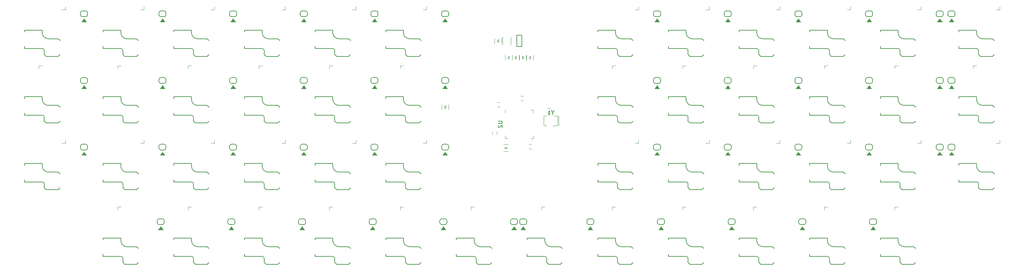
<source format=gbr>
%TF.GenerationSoftware,KiCad,Pcbnew,(5.1.10)-1*%
%TF.CreationDate,2022-05-07T17:57:56+07:00*%
%TF.ProjectId,Onsen48,4f6e7365-6e34-4382-9e6b-696361645f70,rev?*%
%TF.SameCoordinates,Original*%
%TF.FileFunction,Legend,Bot*%
%TF.FilePolarity,Positive*%
%FSLAX46Y46*%
G04 Gerber Fmt 4.6, Leading zero omitted, Abs format (unit mm)*
G04 Created by KiCad (PCBNEW (5.1.10)-1) date 2022-05-07 17:57:56*
%MOMM*%
%LPD*%
G01*
G04 APERTURE LIST*
%ADD10C,0.100000*%
%ADD11C,0.120000*%
%ADD12C,0.150000*%
G04 APERTURE END LIST*
D10*
%TO.C,R7*%
X129900000Y-68050000D02*
X130300000Y-68150000D01*
X130300000Y-68350000D02*
X129900000Y-68450000D01*
X129900000Y-67850000D02*
X130300000Y-67950000D01*
X130300000Y-67750000D02*
X129900000Y-67850000D01*
X130300000Y-67950000D02*
X129900000Y-68050000D01*
X130300000Y-68150000D02*
X129900000Y-68250000D01*
X129900000Y-68250000D02*
X130300000Y-68350000D01*
D11*
X129220000Y-67500000D02*
X129220000Y-68700000D01*
X130980000Y-68700000D02*
X130980000Y-67500000D01*
%TO.C,Y1*%
X159000000Y-72400000D02*
X159000000Y-72800000D01*
X158800000Y-72400000D02*
X158800000Y-72800000D01*
X155200000Y-72400000D02*
X155200000Y-72800000D01*
X159000000Y-70400000D02*
X159000000Y-72400000D01*
X157800000Y-72800000D02*
X157800000Y-73200000D01*
X157800000Y-72800000D02*
X158800000Y-72800000D01*
X158800000Y-72400000D02*
X158800000Y-70400000D01*
X158800000Y-70400000D02*
X157800000Y-70400000D01*
X156000000Y-70400000D02*
X155200000Y-70400000D01*
X155200000Y-70400000D02*
X155200000Y-72400000D01*
X155200000Y-72800000D02*
X156000000Y-72800000D01*
%TO.C,U2*%
X145390000Y-69615000D02*
X145390000Y-68890000D01*
X152610000Y-76110000D02*
X151885000Y-76110000D01*
X152610000Y-75385000D02*
X152610000Y-76110000D01*
X152610000Y-68890000D02*
X151885000Y-68890000D01*
X152610000Y-69615000D02*
X152610000Y-68890000D01*
X145390000Y-76110000D02*
X146115000Y-76110000D01*
X145390000Y-75385000D02*
X145390000Y-76110000D01*
D12*
%TO.C,U1*%
X149650000Y-52700000D02*
X148350000Y-52700000D01*
X149650000Y-49800000D02*
X149650000Y-52700000D01*
X148350000Y-49800000D02*
X149650000Y-49800000D01*
X148350000Y-49800000D02*
X148350000Y-52700000D01*
D10*
%TO.C,R6*%
X145500000Y-78750000D02*
X145600000Y-78350000D01*
X145800000Y-78350000D02*
X145900000Y-78750000D01*
X145300000Y-78750000D02*
X145400000Y-78350000D01*
X145200000Y-78350000D02*
X145300000Y-78750000D01*
X145400000Y-78350000D02*
X145500000Y-78750000D01*
X145600000Y-78350000D02*
X145700000Y-78750000D01*
X145700000Y-78750000D02*
X145800000Y-78350000D01*
D11*
X144950000Y-79430000D02*
X146150000Y-79430000D01*
X146150000Y-77670000D02*
X144950000Y-77670000D01*
D10*
%TO.C,R5*%
X143800000Y-51300000D02*
X143400000Y-51200000D01*
X143400000Y-51000000D02*
X143800000Y-50900000D01*
X143800000Y-51500000D02*
X143400000Y-51400000D01*
X143400000Y-51600000D02*
X143800000Y-51500000D01*
X143400000Y-51400000D02*
X143800000Y-51300000D01*
X143400000Y-51200000D02*
X143800000Y-51100000D01*
X143800000Y-51100000D02*
X143400000Y-51000000D01*
D11*
X144480000Y-51850000D02*
X144480000Y-50650000D01*
X142720000Y-50650000D02*
X142720000Y-51850000D01*
D10*
%TO.C,R4*%
X148300000Y-55550000D02*
X147900000Y-55450000D01*
X147900000Y-55250000D02*
X148300000Y-55150000D01*
X148300000Y-55750000D02*
X147900000Y-55650000D01*
X147900000Y-55850000D02*
X148300000Y-55750000D01*
X147900000Y-55650000D02*
X148300000Y-55550000D01*
X147900000Y-55450000D02*
X148300000Y-55350000D01*
X148300000Y-55350000D02*
X147900000Y-55250000D01*
D11*
X148980000Y-56100000D02*
X148980000Y-54900000D01*
X147220000Y-54900000D02*
X147220000Y-56100000D01*
D10*
%TO.C,R3*%
X150100000Y-55550000D02*
X149700000Y-55450000D01*
X149700000Y-55250000D02*
X150100000Y-55150000D01*
X150100000Y-55750000D02*
X149700000Y-55650000D01*
X149700000Y-55850000D02*
X150100000Y-55750000D01*
X149700000Y-55650000D02*
X150100000Y-55550000D01*
X149700000Y-55450000D02*
X150100000Y-55350000D01*
X150100000Y-55350000D02*
X149700000Y-55250000D01*
D11*
X150780000Y-56100000D02*
X150780000Y-54900000D01*
X149020000Y-54900000D02*
X149020000Y-56100000D01*
D10*
%TO.C,R2*%
X151900000Y-55550000D02*
X151500000Y-55450000D01*
X151500000Y-55250000D02*
X151900000Y-55150000D01*
X151900000Y-55750000D02*
X151500000Y-55650000D01*
X151500000Y-55850000D02*
X151900000Y-55750000D01*
X151500000Y-55650000D02*
X151900000Y-55550000D01*
X151500000Y-55450000D02*
X151900000Y-55350000D01*
X151900000Y-55350000D02*
X151500000Y-55250000D01*
D11*
X152580000Y-56100000D02*
X152580000Y-54900000D01*
X150820000Y-54900000D02*
X150820000Y-56100000D01*
D10*
%TO.C,R1*%
X146500000Y-55550000D02*
X146100000Y-55450000D01*
X146100000Y-55250000D02*
X146500000Y-55150000D01*
X146500000Y-55750000D02*
X146100000Y-55650000D01*
X146100000Y-55850000D02*
X146500000Y-55750000D01*
X146100000Y-55650000D02*
X146500000Y-55550000D01*
X146100000Y-55450000D02*
X146500000Y-55350000D01*
X146500000Y-55350000D02*
X146100000Y-55250000D01*
D11*
X147180000Y-56100000D02*
X147180000Y-54900000D01*
X145420000Y-54900000D02*
X145420000Y-56100000D01*
%TO.C,F1*%
X144740000Y-50250000D02*
X144740000Y-52250000D01*
X146880000Y-52250000D02*
X146880000Y-50250000D01*
%TO.C,C7*%
X156900000Y-68450000D02*
X156200000Y-68450000D01*
X156200000Y-69650000D02*
X156900000Y-69650000D01*
%TO.C,C6*%
X150050000Y-65300000D02*
X149350000Y-65300000D01*
X149350000Y-66500000D02*
X150050000Y-66500000D01*
%TO.C,C5*%
X142100000Y-74400000D02*
X142100000Y-75100000D01*
X143300000Y-75100000D02*
X143300000Y-74400000D01*
%TO.C,C4*%
X152100000Y-77600000D02*
X151400000Y-77600000D01*
X151400000Y-78800000D02*
X152100000Y-78800000D01*
%TO.C,C1*%
X143350000Y-68100000D02*
X144050000Y-68100000D01*
X144050000Y-66900000D02*
X143350000Y-66900000D01*
D12*
%TO.C,D27*%
X129700000Y-45100000D02*
X130500000Y-45100000D01*
X129200000Y-44100038D02*
X129200000Y-44600000D01*
X129700000Y-43600000D02*
X130500000Y-43600000D01*
X131000000Y-44599962D02*
X131000000Y-44100000D01*
D10*
G36*
X130100000Y-45600000D02*
G01*
X129500000Y-46400000D01*
X130700000Y-46400000D01*
X130100000Y-45600000D01*
G37*
X130100000Y-45600000D02*
X129500000Y-46400000D01*
X130700000Y-46400000D01*
X130100000Y-45600000D01*
D12*
X129200000Y-44600000D02*
G75*
G03*
X129700000Y-45100000I500000J0D01*
G01*
X129700000Y-43600000D02*
G75*
G03*
X129200000Y-44100000I0J-500000D01*
G01*
X131000000Y-44100000D02*
G75*
G03*
X130500000Y-43600000I-500000J0D01*
G01*
X130500000Y-45100000D02*
G75*
G03*
X131000000Y-44600000I0J500000D01*
G01*
D11*
%TO.C,RGB48*%
X271350000Y-43300000D02*
X271350000Y-42550000D01*
X270500000Y-43300000D02*
X271350000Y-43300000D01*
%TO.C,RGB47*%
X251350000Y-43300000D02*
X251350000Y-42550000D01*
X250500000Y-43300000D02*
X251350000Y-43300000D01*
%TO.C,RGB46*%
X233350000Y-43300000D02*
X233350000Y-42550000D01*
X232500000Y-43300000D02*
X233350000Y-43300000D01*
%TO.C,RGB45*%
X215350000Y-43300000D02*
X215350000Y-42550000D01*
X214500000Y-43300000D02*
X215350000Y-43300000D01*
%TO.C,RGB44*%
X197350000Y-43300000D02*
X197350000Y-42550000D01*
X196500000Y-43300000D02*
X197350000Y-43300000D01*
%TO.C,RGB43*%
X179350000Y-43300000D02*
X179350000Y-42550000D01*
X178500000Y-43300000D02*
X179350000Y-43300000D01*
%TO.C,RGB42*%
X265500000Y-57560000D02*
X264650000Y-57560000D01*
X264650000Y-57560000D02*
X264650000Y-58310000D01*
%TO.C,RGB41*%
X245500000Y-57560000D02*
X244650000Y-57560000D01*
X244650000Y-57560000D02*
X244650000Y-58310000D01*
%TO.C,RGB40*%
X227500000Y-57560000D02*
X226650000Y-57560000D01*
X226650000Y-57560000D02*
X226650000Y-58310000D01*
%TO.C,RGB39*%
X209500000Y-57560000D02*
X208650000Y-57560000D01*
X208650000Y-57560000D02*
X208650000Y-58310000D01*
%TO.C,RGB38*%
X191500000Y-57560000D02*
X190650000Y-57560000D01*
X190650000Y-57560000D02*
X190650000Y-58310000D01*
%TO.C,RGB37*%
X173500000Y-57560000D02*
X172650000Y-57560000D01*
X172650000Y-57560000D02*
X172650000Y-58310000D01*
%TO.C,RGB30*%
X47500000Y-93560000D02*
X46650000Y-93560000D01*
X46650000Y-93560000D02*
X46650000Y-94310000D01*
%TO.C,RGB29*%
X65500000Y-93560000D02*
X64650000Y-93560000D01*
X64650000Y-93560000D02*
X64650000Y-94310000D01*
%TO.C,RGB28*%
X83500000Y-93560000D02*
X82650000Y-93560000D01*
X82650000Y-93560000D02*
X82650000Y-94310000D01*
%TO.C,RGB27*%
X101500000Y-93560000D02*
X100650000Y-93560000D01*
X100650000Y-93560000D02*
X100650000Y-94310000D01*
%TO.C,RGB26*%
X119500000Y-93560000D02*
X118650000Y-93560000D01*
X118650000Y-93560000D02*
X118650000Y-94310000D01*
%TO.C,RGB25*%
X137500000Y-93560000D02*
X136650000Y-93560000D01*
X136650000Y-93560000D02*
X136650000Y-94310000D01*
%TO.C,RGB24*%
X155500000Y-93560000D02*
X154650000Y-93560000D01*
X154650000Y-93560000D02*
X154650000Y-94310000D01*
%TO.C,RGB22*%
X173500000Y-93560000D02*
X172650000Y-93560000D01*
X172650000Y-93560000D02*
X172650000Y-94310000D01*
%TO.C,RGB20*%
X191500000Y-93560000D02*
X190650000Y-93560000D01*
X190650000Y-93560000D02*
X190650000Y-94310000D01*
%TO.C,RGB18*%
X209500000Y-93560000D02*
X208650000Y-93560000D01*
X208650000Y-93560000D02*
X208650000Y-94310000D01*
%TO.C,RGB16*%
X227500000Y-93560000D02*
X226650000Y-93560000D01*
X226650000Y-93560000D02*
X226650000Y-94310000D01*
%TO.C,RGB14*%
X245500000Y-93560000D02*
X244650000Y-93560000D01*
X244650000Y-93560000D02*
X244650000Y-94310000D01*
%TO.C,RGB36*%
X271350000Y-77300000D02*
X271350000Y-76550000D01*
X270500000Y-77300000D02*
X271350000Y-77300000D01*
%TO.C,RGB35*%
X251350000Y-77300000D02*
X251350000Y-76550000D01*
X250500000Y-77300000D02*
X251350000Y-77300000D01*
%TO.C,RGB34*%
X233350000Y-77300000D02*
X233350000Y-76550000D01*
X232500000Y-77300000D02*
X233350000Y-77300000D01*
%TO.C,RGB33*%
X215350000Y-77300000D02*
X215350000Y-76550000D01*
X214500000Y-77300000D02*
X215350000Y-77300000D01*
%TO.C,RGB32*%
X197350000Y-77300000D02*
X197350000Y-76550000D01*
X196500000Y-77300000D02*
X197350000Y-77300000D01*
%TO.C,RGB31*%
X179350000Y-77300000D02*
X179350000Y-76550000D01*
X178500000Y-77300000D02*
X179350000Y-77300000D01*
%TO.C,RGB23*%
X124500000Y-77300000D02*
X125350000Y-77300000D01*
X125350000Y-77300000D02*
X125350000Y-76550000D01*
%TO.C,RGB21*%
X106500000Y-77300000D02*
X107350000Y-77300000D01*
X107350000Y-77300000D02*
X107350000Y-76550000D01*
%TO.C,RGB19*%
X88500000Y-77300000D02*
X89350000Y-77300000D01*
X89350000Y-77300000D02*
X89350000Y-76550000D01*
%TO.C,RGB17*%
X70500000Y-77300000D02*
X71350000Y-77300000D01*
X71350000Y-77300000D02*
X71350000Y-76550000D01*
%TO.C,RGB15*%
X52500000Y-77300000D02*
X53350000Y-77300000D01*
X53350000Y-77300000D02*
X53350000Y-76550000D01*
%TO.C,RGB13*%
X32500000Y-77300000D02*
X33350000Y-77300000D01*
X33350000Y-77300000D02*
X33350000Y-76550000D01*
%TO.C,RGB12*%
X33350000Y-43300000D02*
X33350000Y-42550000D01*
X32500000Y-43300000D02*
X33350000Y-43300000D01*
%TO.C,RGB11*%
X53350000Y-43300000D02*
X53350000Y-42550000D01*
X52500000Y-43300000D02*
X53350000Y-43300000D01*
%TO.C,RGB10*%
X71350000Y-43300000D02*
X71350000Y-42550000D01*
X70500000Y-43300000D02*
X71350000Y-43300000D01*
%TO.C,RGB9*%
X89350000Y-43300000D02*
X89350000Y-42550000D01*
X88500000Y-43300000D02*
X89350000Y-43300000D01*
%TO.C,RGB8*%
X107350000Y-43300000D02*
X107350000Y-42550000D01*
X106500000Y-43300000D02*
X107350000Y-43300000D01*
%TO.C,RGB7*%
X125350000Y-43300000D02*
X125350000Y-42550000D01*
X124500000Y-43300000D02*
X125350000Y-43300000D01*
%TO.C,RGB6*%
X119500000Y-57560000D02*
X118650000Y-57560000D01*
X118650000Y-57560000D02*
X118650000Y-58310000D01*
%TO.C,RGB5*%
X101500000Y-57560000D02*
X100650000Y-57560000D01*
X100650000Y-57560000D02*
X100650000Y-58310000D01*
%TO.C,RGB4*%
X83500000Y-57560000D02*
X82650000Y-57560000D01*
X82650000Y-57560000D02*
X82650000Y-58310000D01*
%TO.C,RGB3*%
X65500000Y-57560000D02*
X64650000Y-57560000D01*
X64650000Y-57560000D02*
X64650000Y-58310000D01*
%TO.C,RGB2*%
X47500000Y-57560000D02*
X46650000Y-57560000D01*
X46650000Y-57560000D02*
X46650000Y-58310000D01*
%TO.C,RGB1*%
X27500000Y-57560000D02*
X26650000Y-57560000D01*
X26650000Y-57560000D02*
X26650000Y-58310000D01*
D12*
%TO.C,D60*%
X238700000Y-98100000D02*
X239500000Y-98100000D01*
X238200000Y-97100038D02*
X238200000Y-97600000D01*
X238700000Y-96600000D02*
X239500000Y-96600000D01*
X240000000Y-97599962D02*
X240000000Y-97100000D01*
D10*
G36*
X239100000Y-98600000D02*
G01*
X238500000Y-99400000D01*
X239700000Y-99400000D01*
X239100000Y-98600000D01*
G37*
X239100000Y-98600000D02*
X238500000Y-99400000D01*
X239700000Y-99400000D01*
X239100000Y-98600000D01*
D12*
X238200000Y-97600000D02*
G75*
G03*
X238700000Y-98100000I500000J0D01*
G01*
X238700000Y-96600000D02*
G75*
G03*
X238200000Y-97100000I0J-500000D01*
G01*
X240000000Y-97100000D02*
G75*
G03*
X239500000Y-96600000I-500000J0D01*
G01*
X239500000Y-98100000D02*
G75*
G03*
X240000000Y-97600000I0J500000D01*
G01*
%TO.C,D59*%
X258700000Y-79100000D02*
X259500000Y-79100000D01*
X258200000Y-78100038D02*
X258200000Y-78600000D01*
X258700000Y-77600000D02*
X259500000Y-77600000D01*
X260000000Y-78599962D02*
X260000000Y-78100000D01*
D10*
G36*
X259100000Y-79600000D02*
G01*
X258500000Y-80400000D01*
X259700000Y-80400000D01*
X259100000Y-79600000D01*
G37*
X259100000Y-79600000D02*
X258500000Y-80400000D01*
X259700000Y-80400000D01*
X259100000Y-79600000D01*
D12*
X258200000Y-78600000D02*
G75*
G03*
X258700000Y-79100000I500000J0D01*
G01*
X258700000Y-77600000D02*
G75*
G03*
X258200000Y-78100000I0J-500000D01*
G01*
X260000000Y-78100000D02*
G75*
G03*
X259500000Y-77600000I-500000J0D01*
G01*
X259500000Y-79100000D02*
G75*
G03*
X260000000Y-78600000I0J500000D01*
G01*
%TO.C,D58*%
X258700000Y-62100000D02*
X259500000Y-62100000D01*
X258200000Y-61100038D02*
X258200000Y-61600000D01*
X258700000Y-60600000D02*
X259500000Y-60600000D01*
X260000000Y-61599962D02*
X260000000Y-61100000D01*
D10*
G36*
X259100000Y-62600000D02*
G01*
X258500000Y-63400000D01*
X259700000Y-63400000D01*
X259100000Y-62600000D01*
G37*
X259100000Y-62600000D02*
X258500000Y-63400000D01*
X259700000Y-63400000D01*
X259100000Y-62600000D01*
D12*
X258200000Y-61600000D02*
G75*
G03*
X258700000Y-62100000I500000J0D01*
G01*
X258700000Y-60600000D02*
G75*
G03*
X258200000Y-61100000I0J-500000D01*
G01*
X260000000Y-61100000D02*
G75*
G03*
X259500000Y-60600000I-500000J0D01*
G01*
X259500000Y-62100000D02*
G75*
G03*
X260000000Y-61600000I0J500000D01*
G01*
%TO.C,D57*%
X258700000Y-45100000D02*
X259500000Y-45100000D01*
X258200000Y-44100038D02*
X258200000Y-44600000D01*
X258700000Y-43600000D02*
X259500000Y-43600000D01*
X260000000Y-44599962D02*
X260000000Y-44100000D01*
D10*
G36*
X259100000Y-45600000D02*
G01*
X258500000Y-46400000D01*
X259700000Y-46400000D01*
X259100000Y-45600000D01*
G37*
X259100000Y-45600000D02*
X258500000Y-46400000D01*
X259700000Y-46400000D01*
X259100000Y-45600000D01*
D12*
X258200000Y-44600000D02*
G75*
G03*
X258700000Y-45100000I500000J0D01*
G01*
X258700000Y-43600000D02*
G75*
G03*
X258200000Y-44100000I0J-500000D01*
G01*
X260000000Y-44100000D02*
G75*
G03*
X259500000Y-43600000I-500000J0D01*
G01*
X259500000Y-45100000D02*
G75*
G03*
X260000000Y-44600000I0J500000D01*
G01*
%TO.C,D55*%
X220700000Y-98100000D02*
X221500000Y-98100000D01*
X220200000Y-97100038D02*
X220200000Y-97600000D01*
X220700000Y-96600000D02*
X221500000Y-96600000D01*
X222000000Y-97599962D02*
X222000000Y-97100000D01*
D10*
G36*
X221100000Y-98600000D02*
G01*
X220500000Y-99400000D01*
X221700000Y-99400000D01*
X221100000Y-98600000D01*
G37*
X221100000Y-98600000D02*
X220500000Y-99400000D01*
X221700000Y-99400000D01*
X221100000Y-98600000D01*
D12*
X220200000Y-97600000D02*
G75*
G03*
X220700000Y-98100000I500000J0D01*
G01*
X220700000Y-96600000D02*
G75*
G03*
X220200000Y-97100000I0J-500000D01*
G01*
X222000000Y-97100000D02*
G75*
G03*
X221500000Y-96600000I-500000J0D01*
G01*
X221500000Y-98100000D02*
G75*
G03*
X222000000Y-97600000I0J500000D01*
G01*
%TO.C,D54*%
X255700000Y-79100000D02*
X256500000Y-79100000D01*
X255200000Y-78100038D02*
X255200000Y-78600000D01*
X255700000Y-77600000D02*
X256500000Y-77600000D01*
X257000000Y-78599962D02*
X257000000Y-78100000D01*
D10*
G36*
X256100000Y-79600000D02*
G01*
X255500000Y-80400000D01*
X256700000Y-80400000D01*
X256100000Y-79600000D01*
G37*
X256100000Y-79600000D02*
X255500000Y-80400000D01*
X256700000Y-80400000D01*
X256100000Y-79600000D01*
D12*
X255200000Y-78600000D02*
G75*
G03*
X255700000Y-79100000I500000J0D01*
G01*
X255700000Y-77600000D02*
G75*
G03*
X255200000Y-78100000I0J-500000D01*
G01*
X257000000Y-78100000D02*
G75*
G03*
X256500000Y-77600000I-500000J0D01*
G01*
X256500000Y-79100000D02*
G75*
G03*
X257000000Y-78600000I0J500000D01*
G01*
%TO.C,D53*%
X255700000Y-62100000D02*
X256500000Y-62100000D01*
X255200000Y-61100038D02*
X255200000Y-61600000D01*
X255700000Y-60600000D02*
X256500000Y-60600000D01*
X257000000Y-61599962D02*
X257000000Y-61100000D01*
D10*
G36*
X256100000Y-62600000D02*
G01*
X255500000Y-63400000D01*
X256700000Y-63400000D01*
X256100000Y-62600000D01*
G37*
X256100000Y-62600000D02*
X255500000Y-63400000D01*
X256700000Y-63400000D01*
X256100000Y-62600000D01*
D12*
X255200000Y-61600000D02*
G75*
G03*
X255700000Y-62100000I500000J0D01*
G01*
X255700000Y-60600000D02*
G75*
G03*
X255200000Y-61100000I0J-500000D01*
G01*
X257000000Y-61100000D02*
G75*
G03*
X256500000Y-60600000I-500000J0D01*
G01*
X256500000Y-62100000D02*
G75*
G03*
X257000000Y-61600000I0J500000D01*
G01*
%TO.C,D52*%
X255700000Y-45100000D02*
X256500000Y-45100000D01*
X255200000Y-44100038D02*
X255200000Y-44600000D01*
X255700000Y-43600000D02*
X256500000Y-43600000D01*
X257000000Y-44599962D02*
X257000000Y-44100000D01*
D10*
G36*
X256100000Y-45600000D02*
G01*
X255500000Y-46400000D01*
X256700000Y-46400000D01*
X256100000Y-45600000D01*
G37*
X256100000Y-45600000D02*
X255500000Y-46400000D01*
X256700000Y-46400000D01*
X256100000Y-45600000D01*
D12*
X255200000Y-44600000D02*
G75*
G03*
X255700000Y-45100000I500000J0D01*
G01*
X255700000Y-43600000D02*
G75*
G03*
X255200000Y-44100000I0J-500000D01*
G01*
X257000000Y-44100000D02*
G75*
G03*
X256500000Y-43600000I-500000J0D01*
G01*
X256500000Y-45100000D02*
G75*
G03*
X257000000Y-44600000I0J500000D01*
G01*
%TO.C,D50*%
X202700000Y-98100000D02*
X203500000Y-98100000D01*
X202200000Y-97100038D02*
X202200000Y-97600000D01*
X202700000Y-96600000D02*
X203500000Y-96600000D01*
X204000000Y-97599962D02*
X204000000Y-97100000D01*
D10*
G36*
X203100000Y-98600000D02*
G01*
X202500000Y-99400000D01*
X203700000Y-99400000D01*
X203100000Y-98600000D01*
G37*
X203100000Y-98600000D02*
X202500000Y-99400000D01*
X203700000Y-99400000D01*
X203100000Y-98600000D01*
D12*
X202200000Y-97600000D02*
G75*
G03*
X202700000Y-98100000I500000J0D01*
G01*
X202700000Y-96600000D02*
G75*
G03*
X202200000Y-97100000I0J-500000D01*
G01*
X204000000Y-97100000D02*
G75*
G03*
X203500000Y-96600000I-500000J0D01*
G01*
X203500000Y-98100000D02*
G75*
G03*
X204000000Y-97600000I0J500000D01*
G01*
%TO.C,D49*%
X237700000Y-79100000D02*
X238500000Y-79100000D01*
X237200000Y-78100038D02*
X237200000Y-78600000D01*
X237700000Y-77600000D02*
X238500000Y-77600000D01*
X239000000Y-78599962D02*
X239000000Y-78100000D01*
D10*
G36*
X238100000Y-79600000D02*
G01*
X237500000Y-80400000D01*
X238700000Y-80400000D01*
X238100000Y-79600000D01*
G37*
X238100000Y-79600000D02*
X237500000Y-80400000D01*
X238700000Y-80400000D01*
X238100000Y-79600000D01*
D12*
X237200000Y-78600000D02*
G75*
G03*
X237700000Y-79100000I500000J0D01*
G01*
X237700000Y-77600000D02*
G75*
G03*
X237200000Y-78100000I0J-500000D01*
G01*
X239000000Y-78100000D02*
G75*
G03*
X238500000Y-77600000I-500000J0D01*
G01*
X238500000Y-79100000D02*
G75*
G03*
X239000000Y-78600000I0J500000D01*
G01*
%TO.C,D48*%
X237700000Y-62100000D02*
X238500000Y-62100000D01*
X237200000Y-61100038D02*
X237200000Y-61600000D01*
X237700000Y-60600000D02*
X238500000Y-60600000D01*
X239000000Y-61599962D02*
X239000000Y-61100000D01*
D10*
G36*
X238100000Y-62600000D02*
G01*
X237500000Y-63400000D01*
X238700000Y-63400000D01*
X238100000Y-62600000D01*
G37*
X238100000Y-62600000D02*
X237500000Y-63400000D01*
X238700000Y-63400000D01*
X238100000Y-62600000D01*
D12*
X237200000Y-61600000D02*
G75*
G03*
X237700000Y-62100000I500000J0D01*
G01*
X237700000Y-60600000D02*
G75*
G03*
X237200000Y-61100000I0J-500000D01*
G01*
X239000000Y-61100000D02*
G75*
G03*
X238500000Y-60600000I-500000J0D01*
G01*
X238500000Y-62100000D02*
G75*
G03*
X239000000Y-61600000I0J500000D01*
G01*
%TO.C,D47*%
X237700000Y-45100000D02*
X238500000Y-45100000D01*
X237200000Y-44100038D02*
X237200000Y-44600000D01*
X237700000Y-43600000D02*
X238500000Y-43600000D01*
X239000000Y-44599962D02*
X239000000Y-44100000D01*
D10*
G36*
X238100000Y-45600000D02*
G01*
X237500000Y-46400000D01*
X238700000Y-46400000D01*
X238100000Y-45600000D01*
G37*
X238100000Y-45600000D02*
X237500000Y-46400000D01*
X238700000Y-46400000D01*
X238100000Y-45600000D01*
D12*
X237200000Y-44600000D02*
G75*
G03*
X237700000Y-45100000I500000J0D01*
G01*
X237700000Y-43600000D02*
G75*
G03*
X237200000Y-44100000I0J-500000D01*
G01*
X239000000Y-44100000D02*
G75*
G03*
X238500000Y-43600000I-500000J0D01*
G01*
X238500000Y-45100000D02*
G75*
G03*
X239000000Y-44600000I0J500000D01*
G01*
%TO.C,D45*%
X184700000Y-98100000D02*
X185500000Y-98100000D01*
X184200000Y-97100038D02*
X184200000Y-97600000D01*
X184700000Y-96600000D02*
X185500000Y-96600000D01*
X186000000Y-97599962D02*
X186000000Y-97100000D01*
D10*
G36*
X185100000Y-98600000D02*
G01*
X184500000Y-99400000D01*
X185700000Y-99400000D01*
X185100000Y-98600000D01*
G37*
X185100000Y-98600000D02*
X184500000Y-99400000D01*
X185700000Y-99400000D01*
X185100000Y-98600000D01*
D12*
X184200000Y-97600000D02*
G75*
G03*
X184700000Y-98100000I500000J0D01*
G01*
X184700000Y-96600000D02*
G75*
G03*
X184200000Y-97100000I0J-500000D01*
G01*
X186000000Y-97100000D02*
G75*
G03*
X185500000Y-96600000I-500000J0D01*
G01*
X185500000Y-98100000D02*
G75*
G03*
X186000000Y-97600000I0J500000D01*
G01*
%TO.C,D44*%
X219700000Y-79100000D02*
X220500000Y-79100000D01*
X219200000Y-78100038D02*
X219200000Y-78600000D01*
X219700000Y-77600000D02*
X220500000Y-77600000D01*
X221000000Y-78599962D02*
X221000000Y-78100000D01*
D10*
G36*
X220100000Y-79600000D02*
G01*
X219500000Y-80400000D01*
X220700000Y-80400000D01*
X220100000Y-79600000D01*
G37*
X220100000Y-79600000D02*
X219500000Y-80400000D01*
X220700000Y-80400000D01*
X220100000Y-79600000D01*
D12*
X219200000Y-78600000D02*
G75*
G03*
X219700000Y-79100000I500000J0D01*
G01*
X219700000Y-77600000D02*
G75*
G03*
X219200000Y-78100000I0J-500000D01*
G01*
X221000000Y-78100000D02*
G75*
G03*
X220500000Y-77600000I-500000J0D01*
G01*
X220500000Y-79100000D02*
G75*
G03*
X221000000Y-78600000I0J500000D01*
G01*
%TO.C,D43*%
X219700000Y-62100000D02*
X220500000Y-62100000D01*
X219200000Y-61100038D02*
X219200000Y-61600000D01*
X219700000Y-60600000D02*
X220500000Y-60600000D01*
X221000000Y-61599962D02*
X221000000Y-61100000D01*
D10*
G36*
X220100000Y-62600000D02*
G01*
X219500000Y-63400000D01*
X220700000Y-63400000D01*
X220100000Y-62600000D01*
G37*
X220100000Y-62600000D02*
X219500000Y-63400000D01*
X220700000Y-63400000D01*
X220100000Y-62600000D01*
D12*
X219200000Y-61600000D02*
G75*
G03*
X219700000Y-62100000I500000J0D01*
G01*
X219700000Y-60600000D02*
G75*
G03*
X219200000Y-61100000I0J-500000D01*
G01*
X221000000Y-61100000D02*
G75*
G03*
X220500000Y-60600000I-500000J0D01*
G01*
X220500000Y-62100000D02*
G75*
G03*
X221000000Y-61600000I0J500000D01*
G01*
%TO.C,D42*%
X219700000Y-45100000D02*
X220500000Y-45100000D01*
X219200000Y-44100038D02*
X219200000Y-44600000D01*
X219700000Y-43600000D02*
X220500000Y-43600000D01*
X221000000Y-44599962D02*
X221000000Y-44100000D01*
D10*
G36*
X220100000Y-45600000D02*
G01*
X219500000Y-46400000D01*
X220700000Y-46400000D01*
X220100000Y-45600000D01*
G37*
X220100000Y-45600000D02*
X219500000Y-46400000D01*
X220700000Y-46400000D01*
X220100000Y-45600000D01*
D12*
X219200000Y-44600000D02*
G75*
G03*
X219700000Y-45100000I500000J0D01*
G01*
X219700000Y-43600000D02*
G75*
G03*
X219200000Y-44100000I0J-500000D01*
G01*
X221000000Y-44100000D02*
G75*
G03*
X220500000Y-43600000I-500000J0D01*
G01*
X220500000Y-45100000D02*
G75*
G03*
X221000000Y-44600000I0J500000D01*
G01*
%TO.C,D40*%
X166700000Y-98100000D02*
X167500000Y-98100000D01*
X166200000Y-97100038D02*
X166200000Y-97600000D01*
X166700000Y-96600000D02*
X167500000Y-96600000D01*
X168000000Y-97599962D02*
X168000000Y-97100000D01*
D10*
G36*
X167100000Y-98600000D02*
G01*
X166500000Y-99400000D01*
X167700000Y-99400000D01*
X167100000Y-98600000D01*
G37*
X167100000Y-98600000D02*
X166500000Y-99400000D01*
X167700000Y-99400000D01*
X167100000Y-98600000D01*
D12*
X166200000Y-97600000D02*
G75*
G03*
X166700000Y-98100000I500000J0D01*
G01*
X166700000Y-96600000D02*
G75*
G03*
X166200000Y-97100000I0J-500000D01*
G01*
X168000000Y-97100000D02*
G75*
G03*
X167500000Y-96600000I-500000J0D01*
G01*
X167500000Y-98100000D02*
G75*
G03*
X168000000Y-97600000I0J500000D01*
G01*
%TO.C,D39*%
X201700000Y-79100000D02*
X202500000Y-79100000D01*
X201200000Y-78100038D02*
X201200000Y-78600000D01*
X201700000Y-77600000D02*
X202500000Y-77600000D01*
X203000000Y-78599962D02*
X203000000Y-78100000D01*
D10*
G36*
X202100000Y-79600000D02*
G01*
X201500000Y-80400000D01*
X202700000Y-80400000D01*
X202100000Y-79600000D01*
G37*
X202100000Y-79600000D02*
X201500000Y-80400000D01*
X202700000Y-80400000D01*
X202100000Y-79600000D01*
D12*
X201200000Y-78600000D02*
G75*
G03*
X201700000Y-79100000I500000J0D01*
G01*
X201700000Y-77600000D02*
G75*
G03*
X201200000Y-78100000I0J-500000D01*
G01*
X203000000Y-78100000D02*
G75*
G03*
X202500000Y-77600000I-500000J0D01*
G01*
X202500000Y-79100000D02*
G75*
G03*
X203000000Y-78600000I0J500000D01*
G01*
%TO.C,D38*%
X201700000Y-62100000D02*
X202500000Y-62100000D01*
X201200000Y-61100038D02*
X201200000Y-61600000D01*
X201700000Y-60600000D02*
X202500000Y-60600000D01*
X203000000Y-61599962D02*
X203000000Y-61100000D01*
D10*
G36*
X202100000Y-62600000D02*
G01*
X201500000Y-63400000D01*
X202700000Y-63400000D01*
X202100000Y-62600000D01*
G37*
X202100000Y-62600000D02*
X201500000Y-63400000D01*
X202700000Y-63400000D01*
X202100000Y-62600000D01*
D12*
X201200000Y-61600000D02*
G75*
G03*
X201700000Y-62100000I500000J0D01*
G01*
X201700000Y-60600000D02*
G75*
G03*
X201200000Y-61100000I0J-500000D01*
G01*
X203000000Y-61100000D02*
G75*
G03*
X202500000Y-60600000I-500000J0D01*
G01*
X202500000Y-62100000D02*
G75*
G03*
X203000000Y-61600000I0J500000D01*
G01*
%TO.C,D37*%
X201700000Y-45100000D02*
X202500000Y-45100000D01*
X201200000Y-44100038D02*
X201200000Y-44600000D01*
X201700000Y-43600000D02*
X202500000Y-43600000D01*
X203000000Y-44599962D02*
X203000000Y-44100000D01*
D10*
G36*
X202100000Y-45600000D02*
G01*
X201500000Y-46400000D01*
X202700000Y-46400000D01*
X202100000Y-45600000D01*
G37*
X202100000Y-45600000D02*
X201500000Y-46400000D01*
X202700000Y-46400000D01*
X202100000Y-45600000D01*
D12*
X201200000Y-44600000D02*
G75*
G03*
X201700000Y-45100000I500000J0D01*
G01*
X201700000Y-43600000D02*
G75*
G03*
X201200000Y-44100000I0J-500000D01*
G01*
X203000000Y-44100000D02*
G75*
G03*
X202500000Y-43600000I-500000J0D01*
G01*
X202500000Y-45100000D02*
G75*
G03*
X203000000Y-44600000I0J500000D01*
G01*
%TO.C,D35*%
X149600000Y-98100000D02*
X150400000Y-98100000D01*
X149100000Y-97100038D02*
X149100000Y-97600000D01*
X149600000Y-96600000D02*
X150400000Y-96600000D01*
X150900000Y-97599962D02*
X150900000Y-97100000D01*
D10*
G36*
X150000000Y-98600000D02*
G01*
X149400000Y-99400000D01*
X150600000Y-99400000D01*
X150000000Y-98600000D01*
G37*
X150000000Y-98600000D02*
X149400000Y-99400000D01*
X150600000Y-99400000D01*
X150000000Y-98600000D01*
D12*
X149100000Y-97600000D02*
G75*
G03*
X149600000Y-98100000I500000J0D01*
G01*
X149600000Y-96600000D02*
G75*
G03*
X149100000Y-97100000I0J-500000D01*
G01*
X150900000Y-97100000D02*
G75*
G03*
X150400000Y-96600000I-500000J0D01*
G01*
X150400000Y-98100000D02*
G75*
G03*
X150900000Y-97600000I0J500000D01*
G01*
%TO.C,D34*%
X183700000Y-79100000D02*
X184500000Y-79100000D01*
X183200000Y-78100038D02*
X183200000Y-78600000D01*
X183700000Y-77600000D02*
X184500000Y-77600000D01*
X185000000Y-78599962D02*
X185000000Y-78100000D01*
D10*
G36*
X184100000Y-79600000D02*
G01*
X183500000Y-80400000D01*
X184700000Y-80400000D01*
X184100000Y-79600000D01*
G37*
X184100000Y-79600000D02*
X183500000Y-80400000D01*
X184700000Y-80400000D01*
X184100000Y-79600000D01*
D12*
X183200000Y-78600000D02*
G75*
G03*
X183700000Y-79100000I500000J0D01*
G01*
X183700000Y-77600000D02*
G75*
G03*
X183200000Y-78100000I0J-500000D01*
G01*
X185000000Y-78100000D02*
G75*
G03*
X184500000Y-77600000I-500000J0D01*
G01*
X184500000Y-79100000D02*
G75*
G03*
X185000000Y-78600000I0J500000D01*
G01*
%TO.C,D33*%
X183700000Y-62100000D02*
X184500000Y-62100000D01*
X183200000Y-61100038D02*
X183200000Y-61600000D01*
X183700000Y-60600000D02*
X184500000Y-60600000D01*
X185000000Y-61599962D02*
X185000000Y-61100000D01*
D10*
G36*
X184100000Y-62600000D02*
G01*
X183500000Y-63400000D01*
X184700000Y-63400000D01*
X184100000Y-62600000D01*
G37*
X184100000Y-62600000D02*
X183500000Y-63400000D01*
X184700000Y-63400000D01*
X184100000Y-62600000D01*
D12*
X183200000Y-61600000D02*
G75*
G03*
X183700000Y-62100000I500000J0D01*
G01*
X183700000Y-60600000D02*
G75*
G03*
X183200000Y-61100000I0J-500000D01*
G01*
X185000000Y-61100000D02*
G75*
G03*
X184500000Y-60600000I-500000J0D01*
G01*
X184500000Y-62100000D02*
G75*
G03*
X185000000Y-61600000I0J500000D01*
G01*
%TO.C,D32*%
X183700000Y-45100000D02*
X184500000Y-45100000D01*
X183200000Y-44100038D02*
X183200000Y-44600000D01*
X183700000Y-43600000D02*
X184500000Y-43600000D01*
X185000000Y-44599962D02*
X185000000Y-44100000D01*
D10*
G36*
X184100000Y-45600000D02*
G01*
X183500000Y-46400000D01*
X184700000Y-46400000D01*
X184100000Y-45600000D01*
G37*
X184100000Y-45600000D02*
X183500000Y-46400000D01*
X184700000Y-46400000D01*
X184100000Y-45600000D01*
D12*
X183200000Y-44600000D02*
G75*
G03*
X183700000Y-45100000I500000J0D01*
G01*
X183700000Y-43600000D02*
G75*
G03*
X183200000Y-44100000I0J-500000D01*
G01*
X185000000Y-44100000D02*
G75*
G03*
X184500000Y-43600000I-500000J0D01*
G01*
X184500000Y-45100000D02*
G75*
G03*
X185000000Y-44600000I0J500000D01*
G01*
%TO.C,D30*%
X147250000Y-98100000D02*
X148050000Y-98100000D01*
X146750000Y-97100038D02*
X146750000Y-97600000D01*
X147250000Y-96600000D02*
X148050000Y-96600000D01*
X148550000Y-97599962D02*
X148550000Y-97100000D01*
D10*
G36*
X147650000Y-98600000D02*
G01*
X147050000Y-99400000D01*
X148250000Y-99400000D01*
X147650000Y-98600000D01*
G37*
X147650000Y-98600000D02*
X147050000Y-99400000D01*
X148250000Y-99400000D01*
X147650000Y-98600000D01*
D12*
X146750000Y-97600000D02*
G75*
G03*
X147250000Y-98100000I500000J0D01*
G01*
X147250000Y-96600000D02*
G75*
G03*
X146750000Y-97100000I0J-500000D01*
G01*
X148550000Y-97100000D02*
G75*
G03*
X148050000Y-96600000I-500000J0D01*
G01*
X148050000Y-98100000D02*
G75*
G03*
X148550000Y-97600000I0J500000D01*
G01*
%TO.C,D29*%
X129700000Y-79100000D02*
X130500000Y-79100000D01*
X129200000Y-78100038D02*
X129200000Y-78600000D01*
X129700000Y-77600000D02*
X130500000Y-77600000D01*
X131000000Y-78599962D02*
X131000000Y-78100000D01*
D10*
G36*
X130100000Y-79600000D02*
G01*
X129500000Y-80400000D01*
X130700000Y-80400000D01*
X130100000Y-79600000D01*
G37*
X130100000Y-79600000D02*
X129500000Y-80400000D01*
X130700000Y-80400000D01*
X130100000Y-79600000D01*
D12*
X129200000Y-78600000D02*
G75*
G03*
X129700000Y-79100000I500000J0D01*
G01*
X129700000Y-77600000D02*
G75*
G03*
X129200000Y-78100000I0J-500000D01*
G01*
X131000000Y-78100000D02*
G75*
G03*
X130500000Y-77600000I-500000J0D01*
G01*
X130500000Y-79100000D02*
G75*
G03*
X131000000Y-78600000I0J500000D01*
G01*
%TO.C,D28*%
X129700000Y-62100000D02*
X130500000Y-62100000D01*
X129200000Y-61100038D02*
X129200000Y-61600000D01*
X129700000Y-60600000D02*
X130500000Y-60600000D01*
X131000000Y-61599962D02*
X131000000Y-61100000D01*
D10*
G36*
X130100000Y-62600000D02*
G01*
X129500000Y-63400000D01*
X130700000Y-63400000D01*
X130100000Y-62600000D01*
G37*
X130100000Y-62600000D02*
X129500000Y-63400000D01*
X130700000Y-63400000D01*
X130100000Y-62600000D01*
D12*
X129200000Y-61600000D02*
G75*
G03*
X129700000Y-62100000I500000J0D01*
G01*
X129700000Y-60600000D02*
G75*
G03*
X129200000Y-61100000I0J-500000D01*
G01*
X131000000Y-61100000D02*
G75*
G03*
X130500000Y-60600000I-500000J0D01*
G01*
X130500000Y-62100000D02*
G75*
G03*
X131000000Y-61600000I0J500000D01*
G01*
%TO.C,D25*%
X129250000Y-98100000D02*
X130050000Y-98100000D01*
X128750000Y-97100038D02*
X128750000Y-97600000D01*
X129250000Y-96600000D02*
X130050000Y-96600000D01*
X130550000Y-97599962D02*
X130550000Y-97100000D01*
D10*
G36*
X129650000Y-98600000D02*
G01*
X129050000Y-99400000D01*
X130250000Y-99400000D01*
X129650000Y-98600000D01*
G37*
X129650000Y-98600000D02*
X129050000Y-99400000D01*
X130250000Y-99400000D01*
X129650000Y-98600000D01*
D12*
X128750000Y-97600000D02*
G75*
G03*
X129250000Y-98100000I500000J0D01*
G01*
X129250000Y-96600000D02*
G75*
G03*
X128750000Y-97100000I0J-500000D01*
G01*
X130550000Y-97100000D02*
G75*
G03*
X130050000Y-96600000I-500000J0D01*
G01*
X130050000Y-98100000D02*
G75*
G03*
X130550000Y-97600000I0J500000D01*
G01*
%TO.C,D24*%
X111700000Y-79100000D02*
X112500000Y-79100000D01*
X111200000Y-78100038D02*
X111200000Y-78600000D01*
X111700000Y-77600000D02*
X112500000Y-77600000D01*
X113000000Y-78599962D02*
X113000000Y-78100000D01*
D10*
G36*
X112100000Y-79600000D02*
G01*
X111500000Y-80400000D01*
X112700000Y-80400000D01*
X112100000Y-79600000D01*
G37*
X112100000Y-79600000D02*
X111500000Y-80400000D01*
X112700000Y-80400000D01*
X112100000Y-79600000D01*
D12*
X111200000Y-78600000D02*
G75*
G03*
X111700000Y-79100000I500000J0D01*
G01*
X111700000Y-77600000D02*
G75*
G03*
X111200000Y-78100000I0J-500000D01*
G01*
X113000000Y-78100000D02*
G75*
G03*
X112500000Y-77600000I-500000J0D01*
G01*
X112500000Y-79100000D02*
G75*
G03*
X113000000Y-78600000I0J500000D01*
G01*
%TO.C,D23*%
X111700000Y-62100000D02*
X112500000Y-62100000D01*
X111200000Y-61100038D02*
X111200000Y-61600000D01*
X111700000Y-60600000D02*
X112500000Y-60600000D01*
X113000000Y-61599962D02*
X113000000Y-61100000D01*
D10*
G36*
X112100000Y-62600000D02*
G01*
X111500000Y-63400000D01*
X112700000Y-63400000D01*
X112100000Y-62600000D01*
G37*
X112100000Y-62600000D02*
X111500000Y-63400000D01*
X112700000Y-63400000D01*
X112100000Y-62600000D01*
D12*
X111200000Y-61600000D02*
G75*
G03*
X111700000Y-62100000I500000J0D01*
G01*
X111700000Y-60600000D02*
G75*
G03*
X111200000Y-61100000I0J-500000D01*
G01*
X113000000Y-61100000D02*
G75*
G03*
X112500000Y-60600000I-500000J0D01*
G01*
X112500000Y-62100000D02*
G75*
G03*
X113000000Y-61600000I0J500000D01*
G01*
%TO.C,D22*%
X111700000Y-45100000D02*
X112500000Y-45100000D01*
X111200000Y-44100038D02*
X111200000Y-44600000D01*
X111700000Y-43600000D02*
X112500000Y-43600000D01*
X113000000Y-44599962D02*
X113000000Y-44100000D01*
D10*
G36*
X112100000Y-45600000D02*
G01*
X111500000Y-46400000D01*
X112700000Y-46400000D01*
X112100000Y-45600000D01*
G37*
X112100000Y-45600000D02*
X111500000Y-46400000D01*
X112700000Y-46400000D01*
X112100000Y-45600000D01*
D12*
X111200000Y-44600000D02*
G75*
G03*
X111700000Y-45100000I500000J0D01*
G01*
X111700000Y-43600000D02*
G75*
G03*
X111200000Y-44100000I0J-500000D01*
G01*
X113000000Y-44100000D02*
G75*
G03*
X112500000Y-43600000I-500000J0D01*
G01*
X112500000Y-45100000D02*
G75*
G03*
X113000000Y-44600000I0J500000D01*
G01*
%TO.C,D20*%
X111250000Y-98100000D02*
X112050000Y-98100000D01*
X110750000Y-97100038D02*
X110750000Y-97600000D01*
X111250000Y-96600000D02*
X112050000Y-96600000D01*
X112550000Y-97599962D02*
X112550000Y-97100000D01*
D10*
G36*
X111650000Y-98600000D02*
G01*
X111050000Y-99400000D01*
X112250000Y-99400000D01*
X111650000Y-98600000D01*
G37*
X111650000Y-98600000D02*
X111050000Y-99400000D01*
X112250000Y-99400000D01*
X111650000Y-98600000D01*
D12*
X110750000Y-97600000D02*
G75*
G03*
X111250000Y-98100000I500000J0D01*
G01*
X111250000Y-96600000D02*
G75*
G03*
X110750000Y-97100000I0J-500000D01*
G01*
X112550000Y-97100000D02*
G75*
G03*
X112050000Y-96600000I-500000J0D01*
G01*
X112050000Y-98100000D02*
G75*
G03*
X112550000Y-97600000I0J500000D01*
G01*
%TO.C,D19*%
X93700000Y-79100000D02*
X94500000Y-79100000D01*
X93200000Y-78100038D02*
X93200000Y-78600000D01*
X93700000Y-77600000D02*
X94500000Y-77600000D01*
X95000000Y-78599962D02*
X95000000Y-78100000D01*
D10*
G36*
X94100000Y-79600000D02*
G01*
X93500000Y-80400000D01*
X94700000Y-80400000D01*
X94100000Y-79600000D01*
G37*
X94100000Y-79600000D02*
X93500000Y-80400000D01*
X94700000Y-80400000D01*
X94100000Y-79600000D01*
D12*
X93200000Y-78600000D02*
G75*
G03*
X93700000Y-79100000I500000J0D01*
G01*
X93700000Y-77600000D02*
G75*
G03*
X93200000Y-78100000I0J-500000D01*
G01*
X95000000Y-78100000D02*
G75*
G03*
X94500000Y-77600000I-500000J0D01*
G01*
X94500000Y-79100000D02*
G75*
G03*
X95000000Y-78600000I0J500000D01*
G01*
%TO.C,D18*%
X93700000Y-62100000D02*
X94500000Y-62100000D01*
X93200000Y-61100038D02*
X93200000Y-61600000D01*
X93700000Y-60600000D02*
X94500000Y-60600000D01*
X95000000Y-61599962D02*
X95000000Y-61100000D01*
D10*
G36*
X94100000Y-62600000D02*
G01*
X93500000Y-63400000D01*
X94700000Y-63400000D01*
X94100000Y-62600000D01*
G37*
X94100000Y-62600000D02*
X93500000Y-63400000D01*
X94700000Y-63400000D01*
X94100000Y-62600000D01*
D12*
X93200000Y-61600000D02*
G75*
G03*
X93700000Y-62100000I500000J0D01*
G01*
X93700000Y-60600000D02*
G75*
G03*
X93200000Y-61100000I0J-500000D01*
G01*
X95000000Y-61100000D02*
G75*
G03*
X94500000Y-60600000I-500000J0D01*
G01*
X94500000Y-62100000D02*
G75*
G03*
X95000000Y-61600000I0J500000D01*
G01*
%TO.C,D17*%
X93700000Y-45100000D02*
X94500000Y-45100000D01*
X93200000Y-44100038D02*
X93200000Y-44600000D01*
X93700000Y-43600000D02*
X94500000Y-43600000D01*
X95000000Y-44599962D02*
X95000000Y-44100000D01*
D10*
G36*
X94100000Y-45600000D02*
G01*
X93500000Y-46400000D01*
X94700000Y-46400000D01*
X94100000Y-45600000D01*
G37*
X94100000Y-45600000D02*
X93500000Y-46400000D01*
X94700000Y-46400000D01*
X94100000Y-45600000D01*
D12*
X93200000Y-44600000D02*
G75*
G03*
X93700000Y-45100000I500000J0D01*
G01*
X93700000Y-43600000D02*
G75*
G03*
X93200000Y-44100000I0J-500000D01*
G01*
X95000000Y-44100000D02*
G75*
G03*
X94500000Y-43600000I-500000J0D01*
G01*
X94500000Y-45100000D02*
G75*
G03*
X95000000Y-44600000I0J500000D01*
G01*
%TO.C,D15*%
X93250000Y-98100000D02*
X94050000Y-98100000D01*
X92750000Y-97100038D02*
X92750000Y-97600000D01*
X93250000Y-96600000D02*
X94050000Y-96600000D01*
X94550000Y-97599962D02*
X94550000Y-97100000D01*
D10*
G36*
X93650000Y-98600000D02*
G01*
X93050000Y-99400000D01*
X94250000Y-99400000D01*
X93650000Y-98600000D01*
G37*
X93650000Y-98600000D02*
X93050000Y-99400000D01*
X94250000Y-99400000D01*
X93650000Y-98600000D01*
D12*
X92750000Y-97600000D02*
G75*
G03*
X93250000Y-98100000I500000J0D01*
G01*
X93250000Y-96600000D02*
G75*
G03*
X92750000Y-97100000I0J-500000D01*
G01*
X94550000Y-97100000D02*
G75*
G03*
X94050000Y-96600000I-500000J0D01*
G01*
X94050000Y-98100000D02*
G75*
G03*
X94550000Y-97600000I0J500000D01*
G01*
%TO.C,D14*%
X75700000Y-79100000D02*
X76500000Y-79100000D01*
X75200000Y-78100038D02*
X75200000Y-78600000D01*
X75700000Y-77600000D02*
X76500000Y-77600000D01*
X77000000Y-78599962D02*
X77000000Y-78100000D01*
D10*
G36*
X76100000Y-79600000D02*
G01*
X75500000Y-80400000D01*
X76700000Y-80400000D01*
X76100000Y-79600000D01*
G37*
X76100000Y-79600000D02*
X75500000Y-80400000D01*
X76700000Y-80400000D01*
X76100000Y-79600000D01*
D12*
X75200000Y-78600000D02*
G75*
G03*
X75700000Y-79100000I500000J0D01*
G01*
X75700000Y-77600000D02*
G75*
G03*
X75200000Y-78100000I0J-500000D01*
G01*
X77000000Y-78100000D02*
G75*
G03*
X76500000Y-77600000I-500000J0D01*
G01*
X76500000Y-79100000D02*
G75*
G03*
X77000000Y-78600000I0J500000D01*
G01*
%TO.C,D13*%
X75700000Y-62100000D02*
X76500000Y-62100000D01*
X75200000Y-61100038D02*
X75200000Y-61600000D01*
X75700000Y-60600000D02*
X76500000Y-60600000D01*
X77000000Y-61599962D02*
X77000000Y-61100000D01*
D10*
G36*
X76100000Y-62600000D02*
G01*
X75500000Y-63400000D01*
X76700000Y-63400000D01*
X76100000Y-62600000D01*
G37*
X76100000Y-62600000D02*
X75500000Y-63400000D01*
X76700000Y-63400000D01*
X76100000Y-62600000D01*
D12*
X75200000Y-61600000D02*
G75*
G03*
X75700000Y-62100000I500000J0D01*
G01*
X75700000Y-60600000D02*
G75*
G03*
X75200000Y-61100000I0J-500000D01*
G01*
X77000000Y-61100000D02*
G75*
G03*
X76500000Y-60600000I-500000J0D01*
G01*
X76500000Y-62100000D02*
G75*
G03*
X77000000Y-61600000I0J500000D01*
G01*
%TO.C,D12*%
X75700000Y-45100000D02*
X76500000Y-45100000D01*
X75200000Y-44100038D02*
X75200000Y-44600000D01*
X75700000Y-43600000D02*
X76500000Y-43600000D01*
X77000000Y-44599962D02*
X77000000Y-44100000D01*
D10*
G36*
X76100000Y-45600000D02*
G01*
X75500000Y-46400000D01*
X76700000Y-46400000D01*
X76100000Y-45600000D01*
G37*
X76100000Y-45600000D02*
X75500000Y-46400000D01*
X76700000Y-46400000D01*
X76100000Y-45600000D01*
D12*
X75200000Y-44600000D02*
G75*
G03*
X75700000Y-45100000I500000J0D01*
G01*
X75700000Y-43600000D02*
G75*
G03*
X75200000Y-44100000I0J-500000D01*
G01*
X77000000Y-44100000D02*
G75*
G03*
X76500000Y-43600000I-500000J0D01*
G01*
X76500000Y-45100000D02*
G75*
G03*
X77000000Y-44600000I0J500000D01*
G01*
%TO.C,D10*%
X75250000Y-98100000D02*
X76050000Y-98100000D01*
X74750000Y-97100038D02*
X74750000Y-97600000D01*
X75250000Y-96600000D02*
X76050000Y-96600000D01*
X76550000Y-97599962D02*
X76550000Y-97100000D01*
D10*
G36*
X75650000Y-98600000D02*
G01*
X75050000Y-99400000D01*
X76250000Y-99400000D01*
X75650000Y-98600000D01*
G37*
X75650000Y-98600000D02*
X75050000Y-99400000D01*
X76250000Y-99400000D01*
X75650000Y-98600000D01*
D12*
X74750000Y-97600000D02*
G75*
G03*
X75250000Y-98100000I500000J0D01*
G01*
X75250000Y-96600000D02*
G75*
G03*
X74750000Y-97100000I0J-500000D01*
G01*
X76550000Y-97100000D02*
G75*
G03*
X76050000Y-96600000I-500000J0D01*
G01*
X76050000Y-98100000D02*
G75*
G03*
X76550000Y-97600000I0J500000D01*
G01*
%TO.C,D9*%
X57700000Y-79100000D02*
X58500000Y-79100000D01*
X57200000Y-78100038D02*
X57200000Y-78600000D01*
X57700000Y-77600000D02*
X58500000Y-77600000D01*
X59000000Y-78599962D02*
X59000000Y-78100000D01*
D10*
G36*
X58100000Y-79600000D02*
G01*
X57500000Y-80400000D01*
X58700000Y-80400000D01*
X58100000Y-79600000D01*
G37*
X58100000Y-79600000D02*
X57500000Y-80400000D01*
X58700000Y-80400000D01*
X58100000Y-79600000D01*
D12*
X57200000Y-78600000D02*
G75*
G03*
X57700000Y-79100000I500000J0D01*
G01*
X57700000Y-77600000D02*
G75*
G03*
X57200000Y-78100000I0J-500000D01*
G01*
X59000000Y-78100000D02*
G75*
G03*
X58500000Y-77600000I-500000J0D01*
G01*
X58500000Y-79100000D02*
G75*
G03*
X59000000Y-78600000I0J500000D01*
G01*
%TO.C,D8*%
X57700000Y-62100000D02*
X58500000Y-62100000D01*
X57200000Y-61100038D02*
X57200000Y-61600000D01*
X57700000Y-60600000D02*
X58500000Y-60600000D01*
X59000000Y-61599962D02*
X59000000Y-61100000D01*
D10*
G36*
X58100000Y-62600000D02*
G01*
X57500000Y-63400000D01*
X58700000Y-63400000D01*
X58100000Y-62600000D01*
G37*
X58100000Y-62600000D02*
X57500000Y-63400000D01*
X58700000Y-63400000D01*
X58100000Y-62600000D01*
D12*
X57200000Y-61600000D02*
G75*
G03*
X57700000Y-62100000I500000J0D01*
G01*
X57700000Y-60600000D02*
G75*
G03*
X57200000Y-61100000I0J-500000D01*
G01*
X59000000Y-61100000D02*
G75*
G03*
X58500000Y-60600000I-500000J0D01*
G01*
X58500000Y-62100000D02*
G75*
G03*
X59000000Y-61600000I0J500000D01*
G01*
%TO.C,D7*%
X57700000Y-45100000D02*
X58500000Y-45100000D01*
X57200000Y-44100038D02*
X57200000Y-44600000D01*
X57700000Y-43600000D02*
X58500000Y-43600000D01*
X59000000Y-44599962D02*
X59000000Y-44100000D01*
D10*
G36*
X58100000Y-45600000D02*
G01*
X57500000Y-46400000D01*
X58700000Y-46400000D01*
X58100000Y-45600000D01*
G37*
X58100000Y-45600000D02*
X57500000Y-46400000D01*
X58700000Y-46400000D01*
X58100000Y-45600000D01*
D12*
X57200000Y-44600000D02*
G75*
G03*
X57700000Y-45100000I500000J0D01*
G01*
X57700000Y-43600000D02*
G75*
G03*
X57200000Y-44100000I0J-500000D01*
G01*
X59000000Y-44100000D02*
G75*
G03*
X58500000Y-43600000I-500000J0D01*
G01*
X58500000Y-45100000D02*
G75*
G03*
X59000000Y-44600000I0J500000D01*
G01*
%TO.C,D5*%
X57250000Y-98100000D02*
X58050000Y-98100000D01*
X56750000Y-97100038D02*
X56750000Y-97600000D01*
X57250000Y-96600000D02*
X58050000Y-96600000D01*
X58550000Y-97599962D02*
X58550000Y-97100000D01*
D10*
G36*
X57650000Y-98600000D02*
G01*
X57050000Y-99400000D01*
X58250000Y-99400000D01*
X57650000Y-98600000D01*
G37*
X57650000Y-98600000D02*
X57050000Y-99400000D01*
X58250000Y-99400000D01*
X57650000Y-98600000D01*
D12*
X56750000Y-97600000D02*
G75*
G03*
X57250000Y-98100000I500000J0D01*
G01*
X57250000Y-96600000D02*
G75*
G03*
X56750000Y-97100000I0J-500000D01*
G01*
X58550000Y-97100000D02*
G75*
G03*
X58050000Y-96600000I-500000J0D01*
G01*
X58050000Y-98100000D02*
G75*
G03*
X58550000Y-97600000I0J500000D01*
G01*
%TO.C,D4*%
X37700000Y-79100000D02*
X38500000Y-79100000D01*
X37200000Y-78100038D02*
X37200000Y-78600000D01*
X37700000Y-77600000D02*
X38500000Y-77600000D01*
X39000000Y-78599962D02*
X39000000Y-78100000D01*
D10*
G36*
X38100000Y-79600000D02*
G01*
X37500000Y-80400000D01*
X38700000Y-80400000D01*
X38100000Y-79600000D01*
G37*
X38100000Y-79600000D02*
X37500000Y-80400000D01*
X38700000Y-80400000D01*
X38100000Y-79600000D01*
D12*
X37200000Y-78600000D02*
G75*
G03*
X37700000Y-79100000I500000J0D01*
G01*
X37700000Y-77600000D02*
G75*
G03*
X37200000Y-78100000I0J-500000D01*
G01*
X39000000Y-78100000D02*
G75*
G03*
X38500000Y-77600000I-500000J0D01*
G01*
X38500000Y-79100000D02*
G75*
G03*
X39000000Y-78600000I0J500000D01*
G01*
%TO.C,D3*%
X37700000Y-62100000D02*
X38500000Y-62100000D01*
X37200000Y-61100038D02*
X37200000Y-61600000D01*
X37700000Y-60600000D02*
X38500000Y-60600000D01*
X39000000Y-61599962D02*
X39000000Y-61100000D01*
D10*
G36*
X38100000Y-62600000D02*
G01*
X37500000Y-63400000D01*
X38700000Y-63400000D01*
X38100000Y-62600000D01*
G37*
X38100000Y-62600000D02*
X37500000Y-63400000D01*
X38700000Y-63400000D01*
X38100000Y-62600000D01*
D12*
X37200000Y-61600000D02*
G75*
G03*
X37700000Y-62100000I500000J0D01*
G01*
X37700000Y-60600000D02*
G75*
G03*
X37200000Y-61100000I0J-500000D01*
G01*
X39000000Y-61100000D02*
G75*
G03*
X38500000Y-60600000I-500000J0D01*
G01*
X38500000Y-62100000D02*
G75*
G03*
X39000000Y-61600000I0J500000D01*
G01*
%TO.C,D2*%
X37700000Y-45100000D02*
X38500000Y-45100000D01*
X37200000Y-44100038D02*
X37200000Y-44600000D01*
X37700000Y-43600000D02*
X38500000Y-43600000D01*
X39000000Y-44599962D02*
X39000000Y-44100000D01*
D10*
G36*
X38100000Y-45600000D02*
G01*
X37500000Y-46400000D01*
X38700000Y-46400000D01*
X38100000Y-45600000D01*
G37*
X38100000Y-45600000D02*
X37500000Y-46400000D01*
X38700000Y-46400000D01*
X38100000Y-45600000D01*
D12*
X37200000Y-44600000D02*
G75*
G03*
X37700000Y-45100000I500000J0D01*
G01*
X37700000Y-43600000D02*
G75*
G03*
X37200000Y-44100000I0J-500000D01*
G01*
X39000000Y-44100000D02*
G75*
G03*
X38500000Y-43600000I-500000J0D01*
G01*
X38500000Y-45100000D02*
G75*
G03*
X39000000Y-44600000I0J500000D01*
G01*
%TO.C,MX60*%
X241000000Y-101500000D02*
X241000000Y-102000000D01*
X245500000Y-101500000D02*
X241000000Y-101500000D01*
X245500000Y-102200000D02*
X245500000Y-101500000D01*
X249500000Y-108200000D02*
X246500000Y-108200000D01*
X250000000Y-107700000D02*
X249500000Y-108200000D01*
X250000000Y-104200000D02*
X249500000Y-103700000D01*
X241000000Y-106200000D02*
X245500000Y-106200000D01*
X246000000Y-106700000D02*
X246000000Y-107700000D01*
X246500000Y-108200000D02*
X246000000Y-107700000D01*
X249500000Y-103700000D02*
X247000000Y-103700000D01*
X241000000Y-105600000D02*
X241000000Y-106200000D01*
X245500000Y-106200000D02*
G75*
G02*
X246000000Y-106700000I0J-500000D01*
G01*
X247000000Y-103700000D02*
G75*
G02*
X245500000Y-102200000I0J1500000D01*
G01*
%TO.C,MX59*%
X261000000Y-82500000D02*
X261000000Y-83000000D01*
X265500000Y-82500000D02*
X261000000Y-82500000D01*
X265500000Y-83200000D02*
X265500000Y-82500000D01*
X269500000Y-89200000D02*
X266500000Y-89200000D01*
X270000000Y-88700000D02*
X269500000Y-89200000D01*
X270000000Y-85200000D02*
X269500000Y-84700000D01*
X261000000Y-87200000D02*
X265500000Y-87200000D01*
X266000000Y-87700000D02*
X266000000Y-88700000D01*
X266500000Y-89200000D02*
X266000000Y-88700000D01*
X269500000Y-84700000D02*
X267000000Y-84700000D01*
X261000000Y-86600000D02*
X261000000Y-87200000D01*
X265500000Y-87200000D02*
G75*
G02*
X266000000Y-87700000I0J-500000D01*
G01*
X267000000Y-84700000D02*
G75*
G02*
X265500000Y-83200000I0J1500000D01*
G01*
%TO.C,MX58*%
X261000000Y-65500000D02*
X261000000Y-66000000D01*
X265500000Y-65500000D02*
X261000000Y-65500000D01*
X265500000Y-66200000D02*
X265500000Y-65500000D01*
X269500000Y-72200000D02*
X266500000Y-72200000D01*
X270000000Y-71700000D02*
X269500000Y-72200000D01*
X270000000Y-68200000D02*
X269500000Y-67700000D01*
X261000000Y-70200000D02*
X265500000Y-70200000D01*
X266000000Y-70700000D02*
X266000000Y-71700000D01*
X266500000Y-72200000D02*
X266000000Y-71700000D01*
X269500000Y-67700000D02*
X267000000Y-67700000D01*
X261000000Y-69600000D02*
X261000000Y-70200000D01*
X265500000Y-70200000D02*
G75*
G02*
X266000000Y-70700000I0J-500000D01*
G01*
X267000000Y-67700000D02*
G75*
G02*
X265500000Y-66200000I0J1500000D01*
G01*
%TO.C,MX57*%
X261000000Y-48500000D02*
X261000000Y-49000000D01*
X265500000Y-48500000D02*
X261000000Y-48500000D01*
X265500000Y-49200000D02*
X265500000Y-48500000D01*
X269500000Y-55200000D02*
X266500000Y-55200000D01*
X270000000Y-54700000D02*
X269500000Y-55200000D01*
X270000000Y-51200000D02*
X269500000Y-50700000D01*
X261000000Y-53200000D02*
X265500000Y-53200000D01*
X266000000Y-53700000D02*
X266000000Y-54700000D01*
X266500000Y-55200000D02*
X266000000Y-54700000D01*
X269500000Y-50700000D02*
X267000000Y-50700000D01*
X261000000Y-52600000D02*
X261000000Y-53200000D01*
X265500000Y-53200000D02*
G75*
G02*
X266000000Y-53700000I0J-500000D01*
G01*
X267000000Y-50700000D02*
G75*
G02*
X265500000Y-49200000I0J1500000D01*
G01*
%TO.C,MX55*%
X223000000Y-101500000D02*
X223000000Y-102000000D01*
X227500000Y-101500000D02*
X223000000Y-101500000D01*
X227500000Y-102200000D02*
X227500000Y-101500000D01*
X231500000Y-108200000D02*
X228500000Y-108200000D01*
X232000000Y-107700000D02*
X231500000Y-108200000D01*
X232000000Y-104200000D02*
X231500000Y-103700000D01*
X223000000Y-106200000D02*
X227500000Y-106200000D01*
X228000000Y-106700000D02*
X228000000Y-107700000D01*
X228500000Y-108200000D02*
X228000000Y-107700000D01*
X231500000Y-103700000D02*
X229000000Y-103700000D01*
X223000000Y-105600000D02*
X223000000Y-106200000D01*
X227500000Y-106200000D02*
G75*
G02*
X228000000Y-106700000I0J-500000D01*
G01*
X229000000Y-103700000D02*
G75*
G02*
X227500000Y-102200000I0J1500000D01*
G01*
%TO.C,MX54*%
X241000000Y-82500000D02*
X241000000Y-83000000D01*
X245500000Y-82500000D02*
X241000000Y-82500000D01*
X245500000Y-83200000D02*
X245500000Y-82500000D01*
X249500000Y-89200000D02*
X246500000Y-89200000D01*
X250000000Y-88700000D02*
X249500000Y-89200000D01*
X250000000Y-85200000D02*
X249500000Y-84700000D01*
X241000000Y-87200000D02*
X245500000Y-87200000D01*
X246000000Y-87700000D02*
X246000000Y-88700000D01*
X246500000Y-89200000D02*
X246000000Y-88700000D01*
X249500000Y-84700000D02*
X247000000Y-84700000D01*
X241000000Y-86600000D02*
X241000000Y-87200000D01*
X245500000Y-87200000D02*
G75*
G02*
X246000000Y-87700000I0J-500000D01*
G01*
X247000000Y-84700000D02*
G75*
G02*
X245500000Y-83200000I0J1500000D01*
G01*
%TO.C,MX53*%
X241000000Y-65500000D02*
X241000000Y-66000000D01*
X245500000Y-65500000D02*
X241000000Y-65500000D01*
X245500000Y-66200000D02*
X245500000Y-65500000D01*
X249500000Y-72200000D02*
X246500000Y-72200000D01*
X250000000Y-71700000D02*
X249500000Y-72200000D01*
X250000000Y-68200000D02*
X249500000Y-67700000D01*
X241000000Y-70200000D02*
X245500000Y-70200000D01*
X246000000Y-70700000D02*
X246000000Y-71700000D01*
X246500000Y-72200000D02*
X246000000Y-71700000D01*
X249500000Y-67700000D02*
X247000000Y-67700000D01*
X241000000Y-69600000D02*
X241000000Y-70200000D01*
X245500000Y-70200000D02*
G75*
G02*
X246000000Y-70700000I0J-500000D01*
G01*
X247000000Y-67700000D02*
G75*
G02*
X245500000Y-66200000I0J1500000D01*
G01*
%TO.C,MX52*%
X241000000Y-48500000D02*
X241000000Y-49000000D01*
X245500000Y-48500000D02*
X241000000Y-48500000D01*
X245500000Y-49200000D02*
X245500000Y-48500000D01*
X249500000Y-55200000D02*
X246500000Y-55200000D01*
X250000000Y-54700000D02*
X249500000Y-55200000D01*
X250000000Y-51200000D02*
X249500000Y-50700000D01*
X241000000Y-53200000D02*
X245500000Y-53200000D01*
X246000000Y-53700000D02*
X246000000Y-54700000D01*
X246500000Y-55200000D02*
X246000000Y-54700000D01*
X249500000Y-50700000D02*
X247000000Y-50700000D01*
X241000000Y-52600000D02*
X241000000Y-53200000D01*
X245500000Y-53200000D02*
G75*
G02*
X246000000Y-53700000I0J-500000D01*
G01*
X247000000Y-50700000D02*
G75*
G02*
X245500000Y-49200000I0J1500000D01*
G01*
%TO.C,MX50*%
X205000000Y-101500000D02*
X205000000Y-102000000D01*
X209500000Y-101500000D02*
X205000000Y-101500000D01*
X209500000Y-102200000D02*
X209500000Y-101500000D01*
X213500000Y-108200000D02*
X210500000Y-108200000D01*
X214000000Y-107700000D02*
X213500000Y-108200000D01*
X214000000Y-104200000D02*
X213500000Y-103700000D01*
X205000000Y-106200000D02*
X209500000Y-106200000D01*
X210000000Y-106700000D02*
X210000000Y-107700000D01*
X210500000Y-108200000D02*
X210000000Y-107700000D01*
X213500000Y-103700000D02*
X211000000Y-103700000D01*
X205000000Y-105600000D02*
X205000000Y-106200000D01*
X209500000Y-106200000D02*
G75*
G02*
X210000000Y-106700000I0J-500000D01*
G01*
X211000000Y-103700000D02*
G75*
G02*
X209500000Y-102200000I0J1500000D01*
G01*
%TO.C,MX49*%
X223000000Y-82500000D02*
X223000000Y-83000000D01*
X227500000Y-82500000D02*
X223000000Y-82500000D01*
X227500000Y-83200000D02*
X227500000Y-82500000D01*
X231500000Y-89200000D02*
X228500000Y-89200000D01*
X232000000Y-88700000D02*
X231500000Y-89200000D01*
X232000000Y-85200000D02*
X231500000Y-84700000D01*
X223000000Y-87200000D02*
X227500000Y-87200000D01*
X228000000Y-87700000D02*
X228000000Y-88700000D01*
X228500000Y-89200000D02*
X228000000Y-88700000D01*
X231500000Y-84700000D02*
X229000000Y-84700000D01*
X223000000Y-86600000D02*
X223000000Y-87200000D01*
X227500000Y-87200000D02*
G75*
G02*
X228000000Y-87700000I0J-500000D01*
G01*
X229000000Y-84700000D02*
G75*
G02*
X227500000Y-83200000I0J1500000D01*
G01*
%TO.C,MX48*%
X223000000Y-65500000D02*
X223000000Y-66000000D01*
X227500000Y-65500000D02*
X223000000Y-65500000D01*
X227500000Y-66200000D02*
X227500000Y-65500000D01*
X231500000Y-72200000D02*
X228500000Y-72200000D01*
X232000000Y-71700000D02*
X231500000Y-72200000D01*
X232000000Y-68200000D02*
X231500000Y-67700000D01*
X223000000Y-70200000D02*
X227500000Y-70200000D01*
X228000000Y-70700000D02*
X228000000Y-71700000D01*
X228500000Y-72200000D02*
X228000000Y-71700000D01*
X231500000Y-67700000D02*
X229000000Y-67700000D01*
X223000000Y-69600000D02*
X223000000Y-70200000D01*
X227500000Y-70200000D02*
G75*
G02*
X228000000Y-70700000I0J-500000D01*
G01*
X229000000Y-67700000D02*
G75*
G02*
X227500000Y-66200000I0J1500000D01*
G01*
%TO.C,MX47*%
X223000000Y-48500000D02*
X223000000Y-49000000D01*
X227500000Y-48500000D02*
X223000000Y-48500000D01*
X227500000Y-49200000D02*
X227500000Y-48500000D01*
X231500000Y-55200000D02*
X228500000Y-55200000D01*
X232000000Y-54700000D02*
X231500000Y-55200000D01*
X232000000Y-51200000D02*
X231500000Y-50700000D01*
X223000000Y-53200000D02*
X227500000Y-53200000D01*
X228000000Y-53700000D02*
X228000000Y-54700000D01*
X228500000Y-55200000D02*
X228000000Y-54700000D01*
X231500000Y-50700000D02*
X229000000Y-50700000D01*
X223000000Y-52600000D02*
X223000000Y-53200000D01*
X227500000Y-53200000D02*
G75*
G02*
X228000000Y-53700000I0J-500000D01*
G01*
X229000000Y-50700000D02*
G75*
G02*
X227500000Y-49200000I0J1500000D01*
G01*
%TO.C,MX45*%
X187000000Y-101500000D02*
X187000000Y-102000000D01*
X191500000Y-101500000D02*
X187000000Y-101500000D01*
X191500000Y-102200000D02*
X191500000Y-101500000D01*
X195500000Y-108200000D02*
X192500000Y-108200000D01*
X196000000Y-107700000D02*
X195500000Y-108200000D01*
X196000000Y-104200000D02*
X195500000Y-103700000D01*
X187000000Y-106200000D02*
X191500000Y-106200000D01*
X192000000Y-106700000D02*
X192000000Y-107700000D01*
X192500000Y-108200000D02*
X192000000Y-107700000D01*
X195500000Y-103700000D02*
X193000000Y-103700000D01*
X187000000Y-105600000D02*
X187000000Y-106200000D01*
X191500000Y-106200000D02*
G75*
G02*
X192000000Y-106700000I0J-500000D01*
G01*
X193000000Y-103700000D02*
G75*
G02*
X191500000Y-102200000I0J1500000D01*
G01*
%TO.C,MX44*%
X205000000Y-82500000D02*
X205000000Y-83000000D01*
X209500000Y-82500000D02*
X205000000Y-82500000D01*
X209500000Y-83200000D02*
X209500000Y-82500000D01*
X213500000Y-89200000D02*
X210500000Y-89200000D01*
X214000000Y-88700000D02*
X213500000Y-89200000D01*
X214000000Y-85200000D02*
X213500000Y-84700000D01*
X205000000Y-87200000D02*
X209500000Y-87200000D01*
X210000000Y-87700000D02*
X210000000Y-88700000D01*
X210500000Y-89200000D02*
X210000000Y-88700000D01*
X213500000Y-84700000D02*
X211000000Y-84700000D01*
X205000000Y-86600000D02*
X205000000Y-87200000D01*
X209500000Y-87200000D02*
G75*
G02*
X210000000Y-87700000I0J-500000D01*
G01*
X211000000Y-84700000D02*
G75*
G02*
X209500000Y-83200000I0J1500000D01*
G01*
%TO.C,MX43*%
X205000000Y-65500000D02*
X205000000Y-66000000D01*
X209500000Y-65500000D02*
X205000000Y-65500000D01*
X209500000Y-66200000D02*
X209500000Y-65500000D01*
X213500000Y-72200000D02*
X210500000Y-72200000D01*
X214000000Y-71700000D02*
X213500000Y-72200000D01*
X214000000Y-68200000D02*
X213500000Y-67700000D01*
X205000000Y-70200000D02*
X209500000Y-70200000D01*
X210000000Y-70700000D02*
X210000000Y-71700000D01*
X210500000Y-72200000D02*
X210000000Y-71700000D01*
X213500000Y-67700000D02*
X211000000Y-67700000D01*
X205000000Y-69600000D02*
X205000000Y-70200000D01*
X209500000Y-70200000D02*
G75*
G02*
X210000000Y-70700000I0J-500000D01*
G01*
X211000000Y-67700000D02*
G75*
G02*
X209500000Y-66200000I0J1500000D01*
G01*
%TO.C,MX42*%
X205000000Y-48500000D02*
X205000000Y-49000000D01*
X209500000Y-48500000D02*
X205000000Y-48500000D01*
X209500000Y-49200000D02*
X209500000Y-48500000D01*
X213500000Y-55200000D02*
X210500000Y-55200000D01*
X214000000Y-54700000D02*
X213500000Y-55200000D01*
X214000000Y-51200000D02*
X213500000Y-50700000D01*
X205000000Y-53200000D02*
X209500000Y-53200000D01*
X210000000Y-53700000D02*
X210000000Y-54700000D01*
X210500000Y-55200000D02*
X210000000Y-54700000D01*
X213500000Y-50700000D02*
X211000000Y-50700000D01*
X205000000Y-52600000D02*
X205000000Y-53200000D01*
X209500000Y-53200000D02*
G75*
G02*
X210000000Y-53700000I0J-500000D01*
G01*
X211000000Y-50700000D02*
G75*
G02*
X209500000Y-49200000I0J1500000D01*
G01*
%TO.C,MX40*%
X169000000Y-101500000D02*
X169000000Y-102000000D01*
X173500000Y-101500000D02*
X169000000Y-101500000D01*
X173500000Y-102200000D02*
X173500000Y-101500000D01*
X177500000Y-108200000D02*
X174500000Y-108200000D01*
X178000000Y-107700000D02*
X177500000Y-108200000D01*
X178000000Y-104200000D02*
X177500000Y-103700000D01*
X169000000Y-106200000D02*
X173500000Y-106200000D01*
X174000000Y-106700000D02*
X174000000Y-107700000D01*
X174500000Y-108200000D02*
X174000000Y-107700000D01*
X177500000Y-103700000D02*
X175000000Y-103700000D01*
X169000000Y-105600000D02*
X169000000Y-106200000D01*
X173500000Y-106200000D02*
G75*
G02*
X174000000Y-106700000I0J-500000D01*
G01*
X175000000Y-103700000D02*
G75*
G02*
X173500000Y-102200000I0J1500000D01*
G01*
%TO.C,MX39*%
X187000000Y-82500000D02*
X187000000Y-83000000D01*
X191500000Y-82500000D02*
X187000000Y-82500000D01*
X191500000Y-83200000D02*
X191500000Y-82500000D01*
X195500000Y-89200000D02*
X192500000Y-89200000D01*
X196000000Y-88700000D02*
X195500000Y-89200000D01*
X196000000Y-85200000D02*
X195500000Y-84700000D01*
X187000000Y-87200000D02*
X191500000Y-87200000D01*
X192000000Y-87700000D02*
X192000000Y-88700000D01*
X192500000Y-89200000D02*
X192000000Y-88700000D01*
X195500000Y-84700000D02*
X193000000Y-84700000D01*
X187000000Y-86600000D02*
X187000000Y-87200000D01*
X191500000Y-87200000D02*
G75*
G02*
X192000000Y-87700000I0J-500000D01*
G01*
X193000000Y-84700000D02*
G75*
G02*
X191500000Y-83200000I0J1500000D01*
G01*
%TO.C,MX38*%
X187000000Y-65500000D02*
X187000000Y-66000000D01*
X191500000Y-65500000D02*
X187000000Y-65500000D01*
X191500000Y-66200000D02*
X191500000Y-65500000D01*
X195500000Y-72200000D02*
X192500000Y-72200000D01*
X196000000Y-71700000D02*
X195500000Y-72200000D01*
X196000000Y-68200000D02*
X195500000Y-67700000D01*
X187000000Y-70200000D02*
X191500000Y-70200000D01*
X192000000Y-70700000D02*
X192000000Y-71700000D01*
X192500000Y-72200000D02*
X192000000Y-71700000D01*
X195500000Y-67700000D02*
X193000000Y-67700000D01*
X187000000Y-69600000D02*
X187000000Y-70200000D01*
X191500000Y-70200000D02*
G75*
G02*
X192000000Y-70700000I0J-500000D01*
G01*
X193000000Y-67700000D02*
G75*
G02*
X191500000Y-66200000I0J1500000D01*
G01*
%TO.C,MX37*%
X187000000Y-48500000D02*
X187000000Y-49000000D01*
X191500000Y-48500000D02*
X187000000Y-48500000D01*
X191500000Y-49200000D02*
X191500000Y-48500000D01*
X195500000Y-55200000D02*
X192500000Y-55200000D01*
X196000000Y-54700000D02*
X195500000Y-55200000D01*
X196000000Y-51200000D02*
X195500000Y-50700000D01*
X187000000Y-53200000D02*
X191500000Y-53200000D01*
X192000000Y-53700000D02*
X192000000Y-54700000D01*
X192500000Y-55200000D02*
X192000000Y-54700000D01*
X195500000Y-50700000D02*
X193000000Y-50700000D01*
X187000000Y-52600000D02*
X187000000Y-53200000D01*
X191500000Y-53200000D02*
G75*
G02*
X192000000Y-53700000I0J-500000D01*
G01*
X193000000Y-50700000D02*
G75*
G02*
X191500000Y-49200000I0J1500000D01*
G01*
%TO.C,MX35*%
X151000000Y-101500000D02*
X151000000Y-102000000D01*
X155500000Y-101500000D02*
X151000000Y-101500000D01*
X155500000Y-102200000D02*
X155500000Y-101500000D01*
X159500000Y-108200000D02*
X156500000Y-108200000D01*
X160000000Y-107700000D02*
X159500000Y-108200000D01*
X160000000Y-104200000D02*
X159500000Y-103700000D01*
X151000000Y-106200000D02*
X155500000Y-106200000D01*
X156000000Y-106700000D02*
X156000000Y-107700000D01*
X156500000Y-108200000D02*
X156000000Y-107700000D01*
X159500000Y-103700000D02*
X157000000Y-103700000D01*
X151000000Y-105600000D02*
X151000000Y-106200000D01*
X155500000Y-106200000D02*
G75*
G02*
X156000000Y-106700000I0J-500000D01*
G01*
X157000000Y-103700000D02*
G75*
G02*
X155500000Y-102200000I0J1500000D01*
G01*
%TO.C,MX34*%
X169000000Y-82500000D02*
X169000000Y-83000000D01*
X173500000Y-82500000D02*
X169000000Y-82500000D01*
X173500000Y-83200000D02*
X173500000Y-82500000D01*
X177500000Y-89200000D02*
X174500000Y-89200000D01*
X178000000Y-88700000D02*
X177500000Y-89200000D01*
X178000000Y-85200000D02*
X177500000Y-84700000D01*
X169000000Y-87200000D02*
X173500000Y-87200000D01*
X174000000Y-87700000D02*
X174000000Y-88700000D01*
X174500000Y-89200000D02*
X174000000Y-88700000D01*
X177500000Y-84700000D02*
X175000000Y-84700000D01*
X169000000Y-86600000D02*
X169000000Y-87200000D01*
X173500000Y-87200000D02*
G75*
G02*
X174000000Y-87700000I0J-500000D01*
G01*
X175000000Y-84700000D02*
G75*
G02*
X173500000Y-83200000I0J1500000D01*
G01*
%TO.C,MX33*%
X169000000Y-65500000D02*
X169000000Y-66000000D01*
X173500000Y-65500000D02*
X169000000Y-65500000D01*
X173500000Y-66200000D02*
X173500000Y-65500000D01*
X177500000Y-72200000D02*
X174500000Y-72200000D01*
X178000000Y-71700000D02*
X177500000Y-72200000D01*
X178000000Y-68200000D02*
X177500000Y-67700000D01*
X169000000Y-70200000D02*
X173500000Y-70200000D01*
X174000000Y-70700000D02*
X174000000Y-71700000D01*
X174500000Y-72200000D02*
X174000000Y-71700000D01*
X177500000Y-67700000D02*
X175000000Y-67700000D01*
X169000000Y-69600000D02*
X169000000Y-70200000D01*
X173500000Y-70200000D02*
G75*
G02*
X174000000Y-70700000I0J-500000D01*
G01*
X175000000Y-67700000D02*
G75*
G02*
X173500000Y-66200000I0J1500000D01*
G01*
%TO.C,MX32*%
X169000000Y-48500000D02*
X169000000Y-49000000D01*
X173500000Y-48500000D02*
X169000000Y-48500000D01*
X173500000Y-49200000D02*
X173500000Y-48500000D01*
X177500000Y-55200000D02*
X174500000Y-55200000D01*
X178000000Y-54700000D02*
X177500000Y-55200000D01*
X178000000Y-51200000D02*
X177500000Y-50700000D01*
X169000000Y-53200000D02*
X173500000Y-53200000D01*
X174000000Y-53700000D02*
X174000000Y-54700000D01*
X174500000Y-55200000D02*
X174000000Y-54700000D01*
X177500000Y-50700000D02*
X175000000Y-50700000D01*
X169000000Y-52600000D02*
X169000000Y-53200000D01*
X173500000Y-53200000D02*
G75*
G02*
X174000000Y-53700000I0J-500000D01*
G01*
X175000000Y-50700000D02*
G75*
G02*
X173500000Y-49200000I0J1500000D01*
G01*
%TO.C,MX30*%
X133000000Y-101500000D02*
X133000000Y-102000000D01*
X137500000Y-101500000D02*
X133000000Y-101500000D01*
X137500000Y-102200000D02*
X137500000Y-101500000D01*
X141500000Y-108200000D02*
X138500000Y-108200000D01*
X142000000Y-107700000D02*
X141500000Y-108200000D01*
X142000000Y-104200000D02*
X141500000Y-103700000D01*
X133000000Y-106200000D02*
X137500000Y-106200000D01*
X138000000Y-106700000D02*
X138000000Y-107700000D01*
X138500000Y-108200000D02*
X138000000Y-107700000D01*
X141500000Y-103700000D02*
X139000000Y-103700000D01*
X133000000Y-105600000D02*
X133000000Y-106200000D01*
X137500000Y-106200000D02*
G75*
G02*
X138000000Y-106700000I0J-500000D01*
G01*
X139000000Y-103700000D02*
G75*
G02*
X137500000Y-102200000I0J1500000D01*
G01*
%TO.C,MX29*%
X115000000Y-82500000D02*
X115000000Y-83000000D01*
X119500000Y-82500000D02*
X115000000Y-82500000D01*
X119500000Y-83200000D02*
X119500000Y-82500000D01*
X123500000Y-89200000D02*
X120500000Y-89200000D01*
X124000000Y-88700000D02*
X123500000Y-89200000D01*
X124000000Y-85200000D02*
X123500000Y-84700000D01*
X115000000Y-87200000D02*
X119500000Y-87200000D01*
X120000000Y-87700000D02*
X120000000Y-88700000D01*
X120500000Y-89200000D02*
X120000000Y-88700000D01*
X123500000Y-84700000D02*
X121000000Y-84700000D01*
X115000000Y-86600000D02*
X115000000Y-87200000D01*
X119500000Y-87200000D02*
G75*
G02*
X120000000Y-87700000I0J-500000D01*
G01*
X121000000Y-84700000D02*
G75*
G02*
X119500000Y-83200000I0J1500000D01*
G01*
%TO.C,MX28*%
X115000000Y-65500000D02*
X115000000Y-66000000D01*
X119500000Y-65500000D02*
X115000000Y-65500000D01*
X119500000Y-66200000D02*
X119500000Y-65500000D01*
X123500000Y-72200000D02*
X120500000Y-72200000D01*
X124000000Y-71700000D02*
X123500000Y-72200000D01*
X124000000Y-68200000D02*
X123500000Y-67700000D01*
X115000000Y-70200000D02*
X119500000Y-70200000D01*
X120000000Y-70700000D02*
X120000000Y-71700000D01*
X120500000Y-72200000D02*
X120000000Y-71700000D01*
X123500000Y-67700000D02*
X121000000Y-67700000D01*
X115000000Y-69600000D02*
X115000000Y-70200000D01*
X119500000Y-70200000D02*
G75*
G02*
X120000000Y-70700000I0J-500000D01*
G01*
X121000000Y-67700000D02*
G75*
G02*
X119500000Y-66200000I0J1500000D01*
G01*
%TO.C,MX27*%
X115000000Y-48500000D02*
X115000000Y-49000000D01*
X119500000Y-48500000D02*
X115000000Y-48500000D01*
X119500000Y-49200000D02*
X119500000Y-48500000D01*
X123500000Y-55200000D02*
X120500000Y-55200000D01*
X124000000Y-54700000D02*
X123500000Y-55200000D01*
X124000000Y-51200000D02*
X123500000Y-50700000D01*
X115000000Y-53200000D02*
X119500000Y-53200000D01*
X120000000Y-53700000D02*
X120000000Y-54700000D01*
X120500000Y-55200000D02*
X120000000Y-54700000D01*
X123500000Y-50700000D02*
X121000000Y-50700000D01*
X115000000Y-52600000D02*
X115000000Y-53200000D01*
X119500000Y-53200000D02*
G75*
G02*
X120000000Y-53700000I0J-500000D01*
G01*
X121000000Y-50700000D02*
G75*
G02*
X119500000Y-49200000I0J1500000D01*
G01*
%TO.C,MX25*%
X115000000Y-101500000D02*
X115000000Y-102000000D01*
X119500000Y-101500000D02*
X115000000Y-101500000D01*
X119500000Y-102200000D02*
X119500000Y-101500000D01*
X123500000Y-108200000D02*
X120500000Y-108200000D01*
X124000000Y-107700000D02*
X123500000Y-108200000D01*
X124000000Y-104200000D02*
X123500000Y-103700000D01*
X115000000Y-106200000D02*
X119500000Y-106200000D01*
X120000000Y-106700000D02*
X120000000Y-107700000D01*
X120500000Y-108200000D02*
X120000000Y-107700000D01*
X123500000Y-103700000D02*
X121000000Y-103700000D01*
X115000000Y-105600000D02*
X115000000Y-106200000D01*
X119500000Y-106200000D02*
G75*
G02*
X120000000Y-106700000I0J-500000D01*
G01*
X121000000Y-103700000D02*
G75*
G02*
X119500000Y-102200000I0J1500000D01*
G01*
%TO.C,MX24*%
X97000000Y-82500000D02*
X97000000Y-83000000D01*
X101500000Y-82500000D02*
X97000000Y-82500000D01*
X101500000Y-83200000D02*
X101500000Y-82500000D01*
X105500000Y-89200000D02*
X102500000Y-89200000D01*
X106000000Y-88700000D02*
X105500000Y-89200000D01*
X106000000Y-85200000D02*
X105500000Y-84700000D01*
X97000000Y-87200000D02*
X101500000Y-87200000D01*
X102000000Y-87700000D02*
X102000000Y-88700000D01*
X102500000Y-89200000D02*
X102000000Y-88700000D01*
X105500000Y-84700000D02*
X103000000Y-84700000D01*
X97000000Y-86600000D02*
X97000000Y-87200000D01*
X101500000Y-87200000D02*
G75*
G02*
X102000000Y-87700000I0J-500000D01*
G01*
X103000000Y-84700000D02*
G75*
G02*
X101500000Y-83200000I0J1500000D01*
G01*
%TO.C,MX23*%
X97000000Y-65500000D02*
X97000000Y-66000000D01*
X101500000Y-65500000D02*
X97000000Y-65500000D01*
X101500000Y-66200000D02*
X101500000Y-65500000D01*
X105500000Y-72200000D02*
X102500000Y-72200000D01*
X106000000Y-71700000D02*
X105500000Y-72200000D01*
X106000000Y-68200000D02*
X105500000Y-67700000D01*
X97000000Y-70200000D02*
X101500000Y-70200000D01*
X102000000Y-70700000D02*
X102000000Y-71700000D01*
X102500000Y-72200000D02*
X102000000Y-71700000D01*
X105500000Y-67700000D02*
X103000000Y-67700000D01*
X97000000Y-69600000D02*
X97000000Y-70200000D01*
X101500000Y-70200000D02*
G75*
G02*
X102000000Y-70700000I0J-500000D01*
G01*
X103000000Y-67700000D02*
G75*
G02*
X101500000Y-66200000I0J1500000D01*
G01*
%TO.C,MX22*%
X97000000Y-48500000D02*
X97000000Y-49000000D01*
X101500000Y-48500000D02*
X97000000Y-48500000D01*
X101500000Y-49200000D02*
X101500000Y-48500000D01*
X105500000Y-55200000D02*
X102500000Y-55200000D01*
X106000000Y-54700000D02*
X105500000Y-55200000D01*
X106000000Y-51200000D02*
X105500000Y-50700000D01*
X97000000Y-53200000D02*
X101500000Y-53200000D01*
X102000000Y-53700000D02*
X102000000Y-54700000D01*
X102500000Y-55200000D02*
X102000000Y-54700000D01*
X105500000Y-50700000D02*
X103000000Y-50700000D01*
X97000000Y-52600000D02*
X97000000Y-53200000D01*
X101500000Y-53200000D02*
G75*
G02*
X102000000Y-53700000I0J-500000D01*
G01*
X103000000Y-50700000D02*
G75*
G02*
X101500000Y-49200000I0J1500000D01*
G01*
%TO.C,MX20*%
X97000000Y-101500000D02*
X97000000Y-102000000D01*
X101500000Y-101500000D02*
X97000000Y-101500000D01*
X101500000Y-102200000D02*
X101500000Y-101500000D01*
X105500000Y-108200000D02*
X102500000Y-108200000D01*
X106000000Y-107700000D02*
X105500000Y-108200000D01*
X106000000Y-104200000D02*
X105500000Y-103700000D01*
X97000000Y-106200000D02*
X101500000Y-106200000D01*
X102000000Y-106700000D02*
X102000000Y-107700000D01*
X102500000Y-108200000D02*
X102000000Y-107700000D01*
X105500000Y-103700000D02*
X103000000Y-103700000D01*
X97000000Y-105600000D02*
X97000000Y-106200000D01*
X101500000Y-106200000D02*
G75*
G02*
X102000000Y-106700000I0J-500000D01*
G01*
X103000000Y-103700000D02*
G75*
G02*
X101500000Y-102200000I0J1500000D01*
G01*
%TO.C,MX19*%
X79000000Y-82500000D02*
X79000000Y-83000000D01*
X83500000Y-82500000D02*
X79000000Y-82500000D01*
X83500000Y-83200000D02*
X83500000Y-82500000D01*
X87500000Y-89200000D02*
X84500000Y-89200000D01*
X88000000Y-88700000D02*
X87500000Y-89200000D01*
X88000000Y-85200000D02*
X87500000Y-84700000D01*
X79000000Y-87200000D02*
X83500000Y-87200000D01*
X84000000Y-87700000D02*
X84000000Y-88700000D01*
X84500000Y-89200000D02*
X84000000Y-88700000D01*
X87500000Y-84700000D02*
X85000000Y-84700000D01*
X79000000Y-86600000D02*
X79000000Y-87200000D01*
X83500000Y-87200000D02*
G75*
G02*
X84000000Y-87700000I0J-500000D01*
G01*
X85000000Y-84700000D02*
G75*
G02*
X83500000Y-83200000I0J1500000D01*
G01*
%TO.C,MX18*%
X79000000Y-65500000D02*
X79000000Y-66000000D01*
X83500000Y-65500000D02*
X79000000Y-65500000D01*
X83500000Y-66200000D02*
X83500000Y-65500000D01*
X87500000Y-72200000D02*
X84500000Y-72200000D01*
X88000000Y-71700000D02*
X87500000Y-72200000D01*
X88000000Y-68200000D02*
X87500000Y-67700000D01*
X79000000Y-70200000D02*
X83500000Y-70200000D01*
X84000000Y-70700000D02*
X84000000Y-71700000D01*
X84500000Y-72200000D02*
X84000000Y-71700000D01*
X87500000Y-67700000D02*
X85000000Y-67700000D01*
X79000000Y-69600000D02*
X79000000Y-70200000D01*
X83500000Y-70200000D02*
G75*
G02*
X84000000Y-70700000I0J-500000D01*
G01*
X85000000Y-67700000D02*
G75*
G02*
X83500000Y-66200000I0J1500000D01*
G01*
%TO.C,MX17*%
X79000000Y-48500000D02*
X79000000Y-49000000D01*
X83500000Y-48500000D02*
X79000000Y-48500000D01*
X83500000Y-49200000D02*
X83500000Y-48500000D01*
X87500000Y-55200000D02*
X84500000Y-55200000D01*
X88000000Y-54700000D02*
X87500000Y-55200000D01*
X88000000Y-51200000D02*
X87500000Y-50700000D01*
X79000000Y-53200000D02*
X83500000Y-53200000D01*
X84000000Y-53700000D02*
X84000000Y-54700000D01*
X84500000Y-55200000D02*
X84000000Y-54700000D01*
X87500000Y-50700000D02*
X85000000Y-50700000D01*
X79000000Y-52600000D02*
X79000000Y-53200000D01*
X83500000Y-53200000D02*
G75*
G02*
X84000000Y-53700000I0J-500000D01*
G01*
X85000000Y-50700000D02*
G75*
G02*
X83500000Y-49200000I0J1500000D01*
G01*
%TO.C,MX15*%
X79000000Y-101500000D02*
X79000000Y-102000000D01*
X83500000Y-101500000D02*
X79000000Y-101500000D01*
X83500000Y-102200000D02*
X83500000Y-101500000D01*
X87500000Y-108200000D02*
X84500000Y-108200000D01*
X88000000Y-107700000D02*
X87500000Y-108200000D01*
X88000000Y-104200000D02*
X87500000Y-103700000D01*
X79000000Y-106200000D02*
X83500000Y-106200000D01*
X84000000Y-106700000D02*
X84000000Y-107700000D01*
X84500000Y-108200000D02*
X84000000Y-107700000D01*
X87500000Y-103700000D02*
X85000000Y-103700000D01*
X79000000Y-105600000D02*
X79000000Y-106200000D01*
X83500000Y-106200000D02*
G75*
G02*
X84000000Y-106700000I0J-500000D01*
G01*
X85000000Y-103700000D02*
G75*
G02*
X83500000Y-102200000I0J1500000D01*
G01*
%TO.C,MX14*%
X61000000Y-82500000D02*
X61000000Y-83000000D01*
X65500000Y-82500000D02*
X61000000Y-82500000D01*
X65500000Y-83200000D02*
X65500000Y-82500000D01*
X69500000Y-89200000D02*
X66500000Y-89200000D01*
X70000000Y-88700000D02*
X69500000Y-89200000D01*
X70000000Y-85200000D02*
X69500000Y-84700000D01*
X61000000Y-87200000D02*
X65500000Y-87200000D01*
X66000000Y-87700000D02*
X66000000Y-88700000D01*
X66500000Y-89200000D02*
X66000000Y-88700000D01*
X69500000Y-84700000D02*
X67000000Y-84700000D01*
X61000000Y-86600000D02*
X61000000Y-87200000D01*
X65500000Y-87200000D02*
G75*
G02*
X66000000Y-87700000I0J-500000D01*
G01*
X67000000Y-84700000D02*
G75*
G02*
X65500000Y-83200000I0J1500000D01*
G01*
%TO.C,MX13*%
X61000000Y-65500000D02*
X61000000Y-66000000D01*
X65500000Y-65500000D02*
X61000000Y-65500000D01*
X65500000Y-66200000D02*
X65500000Y-65500000D01*
X69500000Y-72200000D02*
X66500000Y-72200000D01*
X70000000Y-71700000D02*
X69500000Y-72200000D01*
X70000000Y-68200000D02*
X69500000Y-67700000D01*
X61000000Y-70200000D02*
X65500000Y-70200000D01*
X66000000Y-70700000D02*
X66000000Y-71700000D01*
X66500000Y-72200000D02*
X66000000Y-71700000D01*
X69500000Y-67700000D02*
X67000000Y-67700000D01*
X61000000Y-69600000D02*
X61000000Y-70200000D01*
X65500000Y-70200000D02*
G75*
G02*
X66000000Y-70700000I0J-500000D01*
G01*
X67000000Y-67700000D02*
G75*
G02*
X65500000Y-66200000I0J1500000D01*
G01*
%TO.C,MX12*%
X61000000Y-48500000D02*
X61000000Y-49000000D01*
X65500000Y-48500000D02*
X61000000Y-48500000D01*
X65500000Y-49200000D02*
X65500000Y-48500000D01*
X69500000Y-55200000D02*
X66500000Y-55200000D01*
X70000000Y-54700000D02*
X69500000Y-55200000D01*
X70000000Y-51200000D02*
X69500000Y-50700000D01*
X61000000Y-53200000D02*
X65500000Y-53200000D01*
X66000000Y-53700000D02*
X66000000Y-54700000D01*
X66500000Y-55200000D02*
X66000000Y-54700000D01*
X69500000Y-50700000D02*
X67000000Y-50700000D01*
X61000000Y-52600000D02*
X61000000Y-53200000D01*
X65500000Y-53200000D02*
G75*
G02*
X66000000Y-53700000I0J-500000D01*
G01*
X67000000Y-50700000D02*
G75*
G02*
X65500000Y-49200000I0J1500000D01*
G01*
%TO.C,MX10*%
X61000000Y-101500000D02*
X61000000Y-102000000D01*
X65500000Y-101500000D02*
X61000000Y-101500000D01*
X65500000Y-102200000D02*
X65500000Y-101500000D01*
X69500000Y-108200000D02*
X66500000Y-108200000D01*
X70000000Y-107700000D02*
X69500000Y-108200000D01*
X70000000Y-104200000D02*
X69500000Y-103700000D01*
X61000000Y-106200000D02*
X65500000Y-106200000D01*
X66000000Y-106700000D02*
X66000000Y-107700000D01*
X66500000Y-108200000D02*
X66000000Y-107700000D01*
X69500000Y-103700000D02*
X67000000Y-103700000D01*
X61000000Y-105600000D02*
X61000000Y-106200000D01*
X65500000Y-106200000D02*
G75*
G02*
X66000000Y-106700000I0J-500000D01*
G01*
X67000000Y-103700000D02*
G75*
G02*
X65500000Y-102200000I0J1500000D01*
G01*
%TO.C,MX9*%
X43000000Y-82500000D02*
X43000000Y-83000000D01*
X47500000Y-82500000D02*
X43000000Y-82500000D01*
X47500000Y-83200000D02*
X47500000Y-82500000D01*
X51500000Y-89200000D02*
X48500000Y-89200000D01*
X52000000Y-88700000D02*
X51500000Y-89200000D01*
X52000000Y-85200000D02*
X51500000Y-84700000D01*
X43000000Y-87200000D02*
X47500000Y-87200000D01*
X48000000Y-87700000D02*
X48000000Y-88700000D01*
X48500000Y-89200000D02*
X48000000Y-88700000D01*
X51500000Y-84700000D02*
X49000000Y-84700000D01*
X43000000Y-86600000D02*
X43000000Y-87200000D01*
X47500000Y-87200000D02*
G75*
G02*
X48000000Y-87700000I0J-500000D01*
G01*
X49000000Y-84700000D02*
G75*
G02*
X47500000Y-83200000I0J1500000D01*
G01*
%TO.C,MX8*%
X43000000Y-65500000D02*
X43000000Y-66000000D01*
X47500000Y-65500000D02*
X43000000Y-65500000D01*
X47500000Y-66200000D02*
X47500000Y-65500000D01*
X51500000Y-72200000D02*
X48500000Y-72200000D01*
X52000000Y-71700000D02*
X51500000Y-72200000D01*
X52000000Y-68200000D02*
X51500000Y-67700000D01*
X43000000Y-70200000D02*
X47500000Y-70200000D01*
X48000000Y-70700000D02*
X48000000Y-71700000D01*
X48500000Y-72200000D02*
X48000000Y-71700000D01*
X51500000Y-67700000D02*
X49000000Y-67700000D01*
X43000000Y-69600000D02*
X43000000Y-70200000D01*
X47500000Y-70200000D02*
G75*
G02*
X48000000Y-70700000I0J-500000D01*
G01*
X49000000Y-67700000D02*
G75*
G02*
X47500000Y-66200000I0J1500000D01*
G01*
%TO.C,MX7*%
X43000000Y-48500000D02*
X43000000Y-49000000D01*
X47500000Y-48500000D02*
X43000000Y-48500000D01*
X47500000Y-49200000D02*
X47500000Y-48500000D01*
X51500000Y-55200000D02*
X48500000Y-55200000D01*
X52000000Y-54700000D02*
X51500000Y-55200000D01*
X52000000Y-51200000D02*
X51500000Y-50700000D01*
X43000000Y-53200000D02*
X47500000Y-53200000D01*
X48000000Y-53700000D02*
X48000000Y-54700000D01*
X48500000Y-55200000D02*
X48000000Y-54700000D01*
X51500000Y-50700000D02*
X49000000Y-50700000D01*
X43000000Y-52600000D02*
X43000000Y-53200000D01*
X47500000Y-53200000D02*
G75*
G02*
X48000000Y-53700000I0J-500000D01*
G01*
X49000000Y-50700000D02*
G75*
G02*
X47500000Y-49200000I0J1500000D01*
G01*
%TO.C,MX5*%
X43000000Y-101500000D02*
X43000000Y-102000000D01*
X47500000Y-101500000D02*
X43000000Y-101500000D01*
X47500000Y-102200000D02*
X47500000Y-101500000D01*
X51500000Y-108200000D02*
X48500000Y-108200000D01*
X52000000Y-107700000D02*
X51500000Y-108200000D01*
X52000000Y-104200000D02*
X51500000Y-103700000D01*
X43000000Y-106200000D02*
X47500000Y-106200000D01*
X48000000Y-106700000D02*
X48000000Y-107700000D01*
X48500000Y-108200000D02*
X48000000Y-107700000D01*
X51500000Y-103700000D02*
X49000000Y-103700000D01*
X43000000Y-105600000D02*
X43000000Y-106200000D01*
X47500000Y-106200000D02*
G75*
G02*
X48000000Y-106700000I0J-500000D01*
G01*
X49000000Y-103700000D02*
G75*
G02*
X47500000Y-102200000I0J1500000D01*
G01*
%TO.C,MX4*%
X23000000Y-82500000D02*
X23000000Y-83000000D01*
X27500000Y-82500000D02*
X23000000Y-82500000D01*
X27500000Y-83200000D02*
X27500000Y-82500000D01*
X31500000Y-89200000D02*
X28500000Y-89200000D01*
X32000000Y-88700000D02*
X31500000Y-89200000D01*
X32000000Y-85200000D02*
X31500000Y-84700000D01*
X23000000Y-87200000D02*
X27500000Y-87200000D01*
X28000000Y-87700000D02*
X28000000Y-88700000D01*
X28500000Y-89200000D02*
X28000000Y-88700000D01*
X31500000Y-84700000D02*
X29000000Y-84700000D01*
X23000000Y-86600000D02*
X23000000Y-87200000D01*
X27500000Y-87200000D02*
G75*
G02*
X28000000Y-87700000I0J-500000D01*
G01*
X29000000Y-84700000D02*
G75*
G02*
X27500000Y-83200000I0J1500000D01*
G01*
%TO.C,MX3*%
X23000000Y-65500000D02*
X23000000Y-66000000D01*
X27500000Y-65500000D02*
X23000000Y-65500000D01*
X27500000Y-66200000D02*
X27500000Y-65500000D01*
X31500000Y-72200000D02*
X28500000Y-72200000D01*
X32000000Y-71700000D02*
X31500000Y-72200000D01*
X32000000Y-68200000D02*
X31500000Y-67700000D01*
X23000000Y-70200000D02*
X27500000Y-70200000D01*
X28000000Y-70700000D02*
X28000000Y-71700000D01*
X28500000Y-72200000D02*
X28000000Y-71700000D01*
X31500000Y-67700000D02*
X29000000Y-67700000D01*
X23000000Y-69600000D02*
X23000000Y-70200000D01*
X27500000Y-70200000D02*
G75*
G02*
X28000000Y-70700000I0J-500000D01*
G01*
X29000000Y-67700000D02*
G75*
G02*
X27500000Y-66200000I0J1500000D01*
G01*
%TO.C,MX2*%
X23000000Y-48500000D02*
X23000000Y-49000000D01*
X27500000Y-48500000D02*
X23000000Y-48500000D01*
X27500000Y-49200000D02*
X27500000Y-48500000D01*
X31500000Y-55200000D02*
X28500000Y-55200000D01*
X32000000Y-54700000D02*
X31500000Y-55200000D01*
X32000000Y-51200000D02*
X31500000Y-50700000D01*
X23000000Y-53200000D02*
X27500000Y-53200000D01*
X28000000Y-53700000D02*
X28000000Y-54700000D01*
X28500000Y-55200000D02*
X28000000Y-54700000D01*
X31500000Y-50700000D02*
X29000000Y-50700000D01*
X23000000Y-52600000D02*
X23000000Y-53200000D01*
X27500000Y-53200000D02*
G75*
G02*
X28000000Y-53700000I0J-500000D01*
G01*
X29000000Y-50700000D02*
G75*
G02*
X27500000Y-49200000I0J1500000D01*
G01*
%TO.C,Y1*%
X157476190Y-69576190D02*
X157476190Y-70052380D01*
X157809523Y-69052380D02*
X157476190Y-69576190D01*
X157142857Y-69052380D01*
X156285714Y-70052380D02*
X156857142Y-70052380D01*
X156571428Y-70052380D02*
X156571428Y-69052380D01*
X156666666Y-69195238D01*
X156761904Y-69290476D01*
X156857142Y-69338095D01*
%TO.C,U2*%
X143632380Y-71738095D02*
X144441904Y-71738095D01*
X144537142Y-71785714D01*
X144584761Y-71833333D01*
X144632380Y-71928571D01*
X144632380Y-72119047D01*
X144584761Y-72214285D01*
X144537142Y-72261904D01*
X144441904Y-72309523D01*
X143632380Y-72309523D01*
X143727619Y-72738095D02*
X143680000Y-72785714D01*
X143632380Y-72880952D01*
X143632380Y-73119047D01*
X143680000Y-73214285D01*
X143727619Y-73261904D01*
X143822857Y-73309523D01*
X143918095Y-73309523D01*
X144060952Y-73261904D01*
X144632380Y-72690476D01*
X144632380Y-73309523D01*
%TD*%
M02*

</source>
